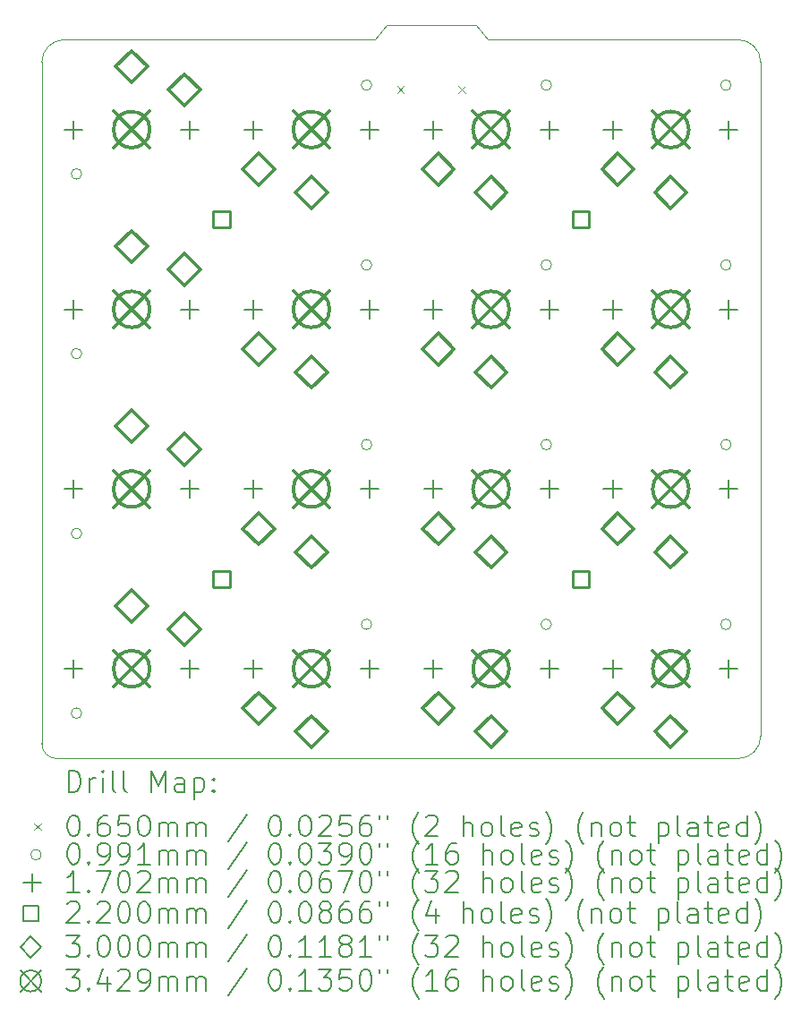
<source format=gbr>
%FSLAX45Y45*%
G04 Gerber Fmt 4.5, Leading zero omitted, Abs format (unit mm)*
G04 Created by KiCad (PCBNEW (6.0.4-0)) date 2023-09-21 22:39:34*
%MOMM*%
%LPD*%
G01*
G04 APERTURE LIST*
%TA.AperFunction,Profile*%
%ADD10C,0.100000*%
%TD*%
%ADD11C,0.200000*%
%ADD12C,0.065000*%
%ADD13C,0.099060*%
%ADD14C,0.170180*%
%ADD15C,0.220000*%
%ADD16C,0.300000*%
%ADD17C,0.342900*%
G04 APERTURE END LIST*
D10*
X7649996Y-1487496D02*
G75*
G03*
X7437496Y-1699999I4J-212504D01*
G01*
X14237491Y-1699999D02*
G75*
G03*
X14024993Y-1487499I-212501J-1D01*
G01*
X11545828Y-1345833D02*
X11652078Y-1487499D01*
X10589578Y-1487499D02*
X10554162Y-1487499D01*
X7437496Y-8145829D02*
X7437496Y-1699999D01*
X7649996Y-1487499D02*
X10554162Y-1487499D01*
X11687494Y-1487499D02*
X14024993Y-1487499D01*
X14237493Y-1699999D02*
X14237493Y-8074996D01*
X11687494Y-1487499D02*
X11652078Y-1487499D01*
X14024993Y-8287496D02*
X7579163Y-8287496D01*
X14024993Y-8287503D02*
G75*
G03*
X14237493Y-8074996I-3J212503D01*
G01*
X10589578Y-1487499D02*
X10695828Y-1345833D01*
X10695828Y-1345833D02*
X11545828Y-1345833D01*
X7437494Y-8145829D02*
G75*
G03*
X7579163Y-8287496I141666J-1D01*
G01*
D11*
D12*
X10799328Y-1927999D02*
X10864328Y-1992999D01*
X10864328Y-1927999D02*
X10799328Y-1992999D01*
X11377328Y-1927999D02*
X11442328Y-1992999D01*
X11442328Y-1927999D02*
X11377328Y-1992999D01*
D13*
X7815026Y-2757499D02*
G75*
G03*
X7815026Y-2757499I-49530J0D01*
G01*
X7815026Y-4457498D02*
G75*
G03*
X7815026Y-4457498I-49530J0D01*
G01*
X7815026Y-6157497D02*
G75*
G03*
X7815026Y-6157497I-49530J0D01*
G01*
X7815026Y-7857496D02*
G75*
G03*
X7815026Y-7857496I-49530J0D01*
G01*
X10559025Y-1917499D02*
G75*
G03*
X10559025Y-1917499I-49530J0D01*
G01*
X10559025Y-3617498D02*
G75*
G03*
X10559025Y-3617498I-49530J0D01*
G01*
X10559025Y-5317497D02*
G75*
G03*
X10559025Y-5317497I-49530J0D01*
G01*
X10559025Y-7017496D02*
G75*
G03*
X10559025Y-7017496I-49530J0D01*
G01*
X12259024Y-1917499D02*
G75*
G03*
X12259024Y-1917499I-49530J0D01*
G01*
X12259024Y-3617498D02*
G75*
G03*
X12259024Y-3617498I-49530J0D01*
G01*
X12259024Y-5317497D02*
G75*
G03*
X12259024Y-5317497I-49530J0D01*
G01*
X12259024Y-7017496D02*
G75*
G03*
X12259024Y-7017496I-49530J0D01*
G01*
X13959024Y-1917499D02*
G75*
G03*
X13959024Y-1917499I-49530J0D01*
G01*
X13959024Y-3617498D02*
G75*
G03*
X13959024Y-3617498I-49530J0D01*
G01*
X13959024Y-5317497D02*
G75*
G03*
X13959024Y-5317497I-49530J0D01*
G01*
X13959024Y-7017496D02*
G75*
G03*
X13959024Y-7017496I-49530J0D01*
G01*
D14*
X7737496Y-2252409D02*
X7737496Y-2422589D01*
X7652406Y-2337499D02*
X7822586Y-2337499D01*
X7737496Y-3952408D02*
X7737496Y-4122588D01*
X7652406Y-4037498D02*
X7822586Y-4037498D01*
X7737496Y-5652407D02*
X7737496Y-5822587D01*
X7652406Y-5737497D02*
X7822586Y-5737497D01*
X7737496Y-7352406D02*
X7737496Y-7522586D01*
X7652406Y-7437496D02*
X7822586Y-7437496D01*
X8837496Y-2252409D02*
X8837496Y-2422589D01*
X8752406Y-2337499D02*
X8922586Y-2337499D01*
X8837496Y-3952408D02*
X8837496Y-4122588D01*
X8752406Y-4037498D02*
X8922586Y-4037498D01*
X8837496Y-5652407D02*
X8837496Y-5822587D01*
X8752406Y-5737497D02*
X8922586Y-5737497D01*
X8837496Y-7352406D02*
X8837496Y-7522586D01*
X8752406Y-7437496D02*
X8922586Y-7437496D01*
X9437495Y-2252409D02*
X9437495Y-2422589D01*
X9352405Y-2337499D02*
X9522585Y-2337499D01*
X9437495Y-3952408D02*
X9437495Y-4122588D01*
X9352405Y-4037498D02*
X9522585Y-4037498D01*
X9437495Y-5652407D02*
X9437495Y-5822587D01*
X9352405Y-5737497D02*
X9522585Y-5737497D01*
X9437495Y-7352406D02*
X9437495Y-7522586D01*
X9352405Y-7437496D02*
X9522585Y-7437496D01*
X10537495Y-2252409D02*
X10537495Y-2422589D01*
X10452405Y-2337499D02*
X10622585Y-2337499D01*
X10537495Y-3952408D02*
X10537495Y-4122588D01*
X10452405Y-4037498D02*
X10622585Y-4037498D01*
X10537495Y-5652407D02*
X10537495Y-5822587D01*
X10452405Y-5737497D02*
X10622585Y-5737497D01*
X10537495Y-7352406D02*
X10537495Y-7522586D01*
X10452405Y-7437496D02*
X10622585Y-7437496D01*
X11137495Y-2252409D02*
X11137495Y-2422589D01*
X11052405Y-2337499D02*
X11222584Y-2337499D01*
X11137495Y-3952408D02*
X11137495Y-4122588D01*
X11052405Y-4037498D02*
X11222584Y-4037498D01*
X11137495Y-5652407D02*
X11137495Y-5822587D01*
X11052405Y-5737497D02*
X11222584Y-5737497D01*
X11137495Y-7352406D02*
X11137495Y-7522586D01*
X11052405Y-7437496D02*
X11222584Y-7437496D01*
X12237494Y-2252409D02*
X12237494Y-2422589D01*
X12152404Y-2337499D02*
X12322584Y-2337499D01*
X12237494Y-3952408D02*
X12237494Y-4122588D01*
X12152404Y-4037498D02*
X12322584Y-4037498D01*
X12237494Y-5652407D02*
X12237494Y-5822587D01*
X12152404Y-5737497D02*
X12322584Y-5737497D01*
X12237494Y-7352406D02*
X12237494Y-7522586D01*
X12152404Y-7437496D02*
X12322584Y-7437496D01*
X12837494Y-2252409D02*
X12837494Y-2422589D01*
X12752404Y-2337499D02*
X12922584Y-2337499D01*
X12837494Y-3952408D02*
X12837494Y-4122588D01*
X12752404Y-4037498D02*
X12922584Y-4037498D01*
X12837494Y-5652407D02*
X12837494Y-5822587D01*
X12752404Y-5737497D02*
X12922584Y-5737497D01*
X12837494Y-7352406D02*
X12837494Y-7522586D01*
X12752404Y-7437496D02*
X12922584Y-7437496D01*
X13937494Y-2252409D02*
X13937494Y-2422589D01*
X13852404Y-2337499D02*
X14022584Y-2337499D01*
X13937494Y-3952408D02*
X13937494Y-4122588D01*
X13852404Y-4037498D02*
X14022584Y-4037498D01*
X13937494Y-5652407D02*
X13937494Y-5822587D01*
X13852404Y-5737497D02*
X14022584Y-5737497D01*
X13937494Y-7352406D02*
X13937494Y-7522586D01*
X13852404Y-7437496D02*
X14022584Y-7437496D01*
D15*
X9215278Y-3265281D02*
X9215278Y-3109716D01*
X9059713Y-3109716D01*
X9059713Y-3265281D01*
X9215278Y-3265281D01*
X9215278Y-6665279D02*
X9215278Y-6509714D01*
X9059713Y-6509714D01*
X9059713Y-6665279D01*
X9215278Y-6665279D01*
X12615277Y-3265281D02*
X12615277Y-3109716D01*
X12459712Y-3109716D01*
X12459712Y-3265281D01*
X12615277Y-3265281D01*
X12615277Y-6665279D02*
X12615277Y-6509714D01*
X12459712Y-6509714D01*
X12459712Y-6665279D01*
X12615277Y-6665279D01*
D16*
X8287496Y-1892499D02*
X8437496Y-1742499D01*
X8287496Y-1592499D01*
X8137496Y-1742499D01*
X8287496Y-1892499D01*
X8287496Y-3592498D02*
X8437496Y-3442498D01*
X8287496Y-3292498D01*
X8137496Y-3442498D01*
X8287496Y-3592498D01*
X8287496Y-5292497D02*
X8437496Y-5142497D01*
X8287496Y-4992497D01*
X8137496Y-5142497D01*
X8287496Y-5292497D01*
X8287496Y-6992496D02*
X8437496Y-6842496D01*
X8287496Y-6692496D01*
X8137496Y-6842496D01*
X8287496Y-6992496D01*
X8787496Y-2112499D02*
X8937496Y-1962499D01*
X8787496Y-1812499D01*
X8637496Y-1962499D01*
X8787496Y-2112499D01*
X8787496Y-3812498D02*
X8937496Y-3662498D01*
X8787496Y-3512498D01*
X8637496Y-3662498D01*
X8787496Y-3812498D01*
X8787496Y-5512497D02*
X8937496Y-5362497D01*
X8787496Y-5212497D01*
X8637496Y-5362497D01*
X8787496Y-5512497D01*
X8787496Y-7212496D02*
X8937496Y-7062496D01*
X8787496Y-6912496D01*
X8637496Y-7062496D01*
X8787496Y-7212496D01*
X9487495Y-2862499D02*
X9637495Y-2712499D01*
X9487495Y-2562499D01*
X9337495Y-2712499D01*
X9487495Y-2862499D01*
X9487495Y-4562498D02*
X9637495Y-4412498D01*
X9487495Y-4262498D01*
X9337495Y-4412498D01*
X9487495Y-4562498D01*
X9487495Y-6262497D02*
X9637495Y-6112497D01*
X9487495Y-5962497D01*
X9337495Y-6112497D01*
X9487495Y-6262497D01*
X9487495Y-7962496D02*
X9637495Y-7812496D01*
X9487495Y-7662496D01*
X9337495Y-7812496D01*
X9487495Y-7962496D01*
X9987495Y-3082499D02*
X10137495Y-2932499D01*
X9987495Y-2782499D01*
X9837495Y-2932499D01*
X9987495Y-3082499D01*
X9987495Y-4782498D02*
X10137495Y-4632498D01*
X9987495Y-4482498D01*
X9837495Y-4632498D01*
X9987495Y-4782498D01*
X9987495Y-6482497D02*
X10137495Y-6332497D01*
X9987495Y-6182497D01*
X9837495Y-6332497D01*
X9987495Y-6482497D01*
X9987495Y-8182496D02*
X10137495Y-8032496D01*
X9987495Y-7882496D01*
X9837495Y-8032496D01*
X9987495Y-8182496D01*
X11187494Y-2862499D02*
X11337494Y-2712499D01*
X11187494Y-2562499D01*
X11037495Y-2712499D01*
X11187494Y-2862499D01*
X11187494Y-4562498D02*
X11337494Y-4412498D01*
X11187494Y-4262498D01*
X11037495Y-4412498D01*
X11187494Y-4562498D01*
X11187494Y-6262497D02*
X11337494Y-6112497D01*
X11187494Y-5962497D01*
X11037495Y-6112497D01*
X11187494Y-6262497D01*
X11187494Y-7962496D02*
X11337494Y-7812496D01*
X11187494Y-7662496D01*
X11037495Y-7812496D01*
X11187494Y-7962496D01*
X11687494Y-3082499D02*
X11837494Y-2932499D01*
X11687494Y-2782499D01*
X11537494Y-2932499D01*
X11687494Y-3082499D01*
X11687494Y-4782498D02*
X11837494Y-4632498D01*
X11687494Y-4482498D01*
X11537494Y-4632498D01*
X11687494Y-4782498D01*
X11687494Y-6482497D02*
X11837494Y-6332497D01*
X11687494Y-6182497D01*
X11537494Y-6332497D01*
X11687494Y-6482497D01*
X11687494Y-8182496D02*
X11837494Y-8032496D01*
X11687494Y-7882496D01*
X11537494Y-8032496D01*
X11687494Y-8182496D01*
X12887494Y-2862499D02*
X13037494Y-2712499D01*
X12887494Y-2562499D01*
X12737494Y-2712499D01*
X12887494Y-2862499D01*
X12887494Y-4562498D02*
X13037494Y-4412498D01*
X12887494Y-4262498D01*
X12737494Y-4412498D01*
X12887494Y-4562498D01*
X12887494Y-6262497D02*
X13037494Y-6112497D01*
X12887494Y-5962497D01*
X12737494Y-6112497D01*
X12887494Y-6262497D01*
X12887494Y-7962496D02*
X13037494Y-7812496D01*
X12887494Y-7662496D01*
X12737494Y-7812496D01*
X12887494Y-7962496D01*
X13387494Y-3082499D02*
X13537494Y-2932499D01*
X13387494Y-2782499D01*
X13237494Y-2932499D01*
X13387494Y-3082499D01*
X13387494Y-4782498D02*
X13537494Y-4632498D01*
X13387494Y-4482498D01*
X13237494Y-4632498D01*
X13387494Y-4782498D01*
X13387494Y-6482497D02*
X13537494Y-6332497D01*
X13387494Y-6182497D01*
X13237494Y-6332497D01*
X13387494Y-6482497D01*
X13387494Y-8182496D02*
X13537494Y-8032496D01*
X13387494Y-7882496D01*
X13237494Y-8032496D01*
X13387494Y-8182496D01*
D17*
X8116046Y-2166049D02*
X8458946Y-2508949D01*
X8458946Y-2166049D02*
X8116046Y-2508949D01*
X8458946Y-2337499D02*
G75*
G03*
X8458946Y-2337499I-171450J0D01*
G01*
X8116046Y-3866048D02*
X8458946Y-4208948D01*
X8458946Y-3866048D02*
X8116046Y-4208948D01*
X8458946Y-4037498D02*
G75*
G03*
X8458946Y-4037498I-171450J0D01*
G01*
X8116046Y-5566047D02*
X8458946Y-5908947D01*
X8458946Y-5566047D02*
X8116046Y-5908947D01*
X8458946Y-5737497D02*
G75*
G03*
X8458946Y-5737497I-171450J0D01*
G01*
X8116046Y-7266046D02*
X8458946Y-7608946D01*
X8458946Y-7266046D02*
X8116046Y-7608946D01*
X8458946Y-7437496D02*
G75*
G03*
X8458946Y-7437496I-171450J0D01*
G01*
X9816045Y-2166049D02*
X10158945Y-2508949D01*
X10158945Y-2166049D02*
X9816045Y-2508949D01*
X10158945Y-2337499D02*
G75*
G03*
X10158945Y-2337499I-171450J0D01*
G01*
X9816045Y-3866048D02*
X10158945Y-4208948D01*
X10158945Y-3866048D02*
X9816045Y-4208948D01*
X10158945Y-4037498D02*
G75*
G03*
X10158945Y-4037498I-171450J0D01*
G01*
X9816045Y-5566047D02*
X10158945Y-5908947D01*
X10158945Y-5566047D02*
X9816045Y-5908947D01*
X10158945Y-5737497D02*
G75*
G03*
X10158945Y-5737497I-171450J0D01*
G01*
X9816045Y-7266046D02*
X10158945Y-7608946D01*
X10158945Y-7266046D02*
X9816045Y-7608946D01*
X10158945Y-7437496D02*
G75*
G03*
X10158945Y-7437496I-171450J0D01*
G01*
X11516044Y-2166049D02*
X11858944Y-2508949D01*
X11858944Y-2166049D02*
X11516044Y-2508949D01*
X11858944Y-2337499D02*
G75*
G03*
X11858944Y-2337499I-171450J0D01*
G01*
X11516044Y-3866048D02*
X11858944Y-4208948D01*
X11858944Y-3866048D02*
X11516044Y-4208948D01*
X11858944Y-4037498D02*
G75*
G03*
X11858944Y-4037498I-171450J0D01*
G01*
X11516044Y-5566047D02*
X11858944Y-5908947D01*
X11858944Y-5566047D02*
X11516044Y-5908947D01*
X11858944Y-5737497D02*
G75*
G03*
X11858944Y-5737497I-171450J0D01*
G01*
X11516044Y-7266046D02*
X11858944Y-7608946D01*
X11858944Y-7266046D02*
X11516044Y-7608946D01*
X11858944Y-7437496D02*
G75*
G03*
X11858944Y-7437496I-171450J0D01*
G01*
X13216044Y-2166049D02*
X13558944Y-2508949D01*
X13558944Y-2166049D02*
X13216044Y-2508949D01*
X13558944Y-2337499D02*
G75*
G03*
X13558944Y-2337499I-171450J0D01*
G01*
X13216044Y-3866048D02*
X13558944Y-4208948D01*
X13558944Y-3866048D02*
X13216044Y-4208948D01*
X13558944Y-4037498D02*
G75*
G03*
X13558944Y-4037498I-171450J0D01*
G01*
X13216044Y-5566047D02*
X13558944Y-5908947D01*
X13558944Y-5566047D02*
X13216044Y-5908947D01*
X13558944Y-5737497D02*
G75*
G03*
X13558944Y-5737497I-171450J0D01*
G01*
X13216044Y-7266046D02*
X13558944Y-7608946D01*
X13558944Y-7266046D02*
X13216044Y-7608946D01*
X13558944Y-7437496D02*
G75*
G03*
X13558944Y-7437496I-171450J0D01*
G01*
D11*
X7690115Y-8602972D02*
X7690115Y-8402972D01*
X7737734Y-8402972D01*
X7766306Y-8412496D01*
X7785354Y-8431544D01*
X7794877Y-8450591D01*
X7804401Y-8488687D01*
X7804401Y-8517258D01*
X7794877Y-8555353D01*
X7785354Y-8574401D01*
X7766306Y-8593448D01*
X7737734Y-8602972D01*
X7690115Y-8602972D01*
X7890115Y-8602972D02*
X7890115Y-8469639D01*
X7890115Y-8507734D02*
X7899639Y-8488687D01*
X7909163Y-8479163D01*
X7928211Y-8469639D01*
X7947258Y-8469639D01*
X8013925Y-8602972D02*
X8013925Y-8469639D01*
X8013925Y-8402972D02*
X8004401Y-8412496D01*
X8013925Y-8422020D01*
X8023449Y-8412496D01*
X8013925Y-8402972D01*
X8013925Y-8422020D01*
X8137734Y-8602972D02*
X8118687Y-8593448D01*
X8109163Y-8574401D01*
X8109163Y-8402972D01*
X8242496Y-8602972D02*
X8223449Y-8593448D01*
X8213925Y-8574401D01*
X8213925Y-8402972D01*
X8471068Y-8602972D02*
X8471068Y-8402972D01*
X8537735Y-8545829D01*
X8604401Y-8402972D01*
X8604401Y-8602972D01*
X8785354Y-8602972D02*
X8785354Y-8498210D01*
X8775830Y-8479163D01*
X8756782Y-8469639D01*
X8718687Y-8469639D01*
X8699639Y-8479163D01*
X8785354Y-8593448D02*
X8766306Y-8602972D01*
X8718687Y-8602972D01*
X8699639Y-8593448D01*
X8690116Y-8574401D01*
X8690116Y-8555353D01*
X8699639Y-8536306D01*
X8718687Y-8526782D01*
X8766306Y-8526782D01*
X8785354Y-8517258D01*
X8880592Y-8469639D02*
X8880592Y-8669639D01*
X8880592Y-8479163D02*
X8899639Y-8469639D01*
X8937735Y-8469639D01*
X8956782Y-8479163D01*
X8966306Y-8488687D01*
X8975830Y-8507734D01*
X8975830Y-8564877D01*
X8966306Y-8583925D01*
X8956782Y-8593448D01*
X8937735Y-8602972D01*
X8899639Y-8602972D01*
X8880592Y-8593448D01*
X9061544Y-8583925D02*
X9071068Y-8593448D01*
X9061544Y-8602972D01*
X9052020Y-8593448D01*
X9061544Y-8583925D01*
X9061544Y-8602972D01*
X9061544Y-8479163D02*
X9071068Y-8488687D01*
X9061544Y-8498210D01*
X9052020Y-8488687D01*
X9061544Y-8479163D01*
X9061544Y-8498210D01*
D12*
X7367496Y-8899996D02*
X7432496Y-8964996D01*
X7432496Y-8899996D02*
X7367496Y-8964996D01*
D11*
X7728211Y-8822972D02*
X7747258Y-8822972D01*
X7766306Y-8832496D01*
X7775830Y-8842020D01*
X7785354Y-8861068D01*
X7794877Y-8899163D01*
X7794877Y-8946782D01*
X7785354Y-8984877D01*
X7775830Y-9003925D01*
X7766306Y-9013448D01*
X7747258Y-9022972D01*
X7728211Y-9022972D01*
X7709163Y-9013448D01*
X7699639Y-9003925D01*
X7690115Y-8984877D01*
X7680592Y-8946782D01*
X7680592Y-8899163D01*
X7690115Y-8861068D01*
X7699639Y-8842020D01*
X7709163Y-8832496D01*
X7728211Y-8822972D01*
X7880592Y-9003925D02*
X7890115Y-9013448D01*
X7880592Y-9022972D01*
X7871068Y-9013448D01*
X7880592Y-9003925D01*
X7880592Y-9022972D01*
X8061544Y-8822972D02*
X8023449Y-8822972D01*
X8004401Y-8832496D01*
X7994877Y-8842020D01*
X7975830Y-8870591D01*
X7966306Y-8908687D01*
X7966306Y-8984877D01*
X7975830Y-9003925D01*
X7985354Y-9013448D01*
X8004401Y-9022972D01*
X8042496Y-9022972D01*
X8061544Y-9013448D01*
X8071068Y-9003925D01*
X8080592Y-8984877D01*
X8080592Y-8937258D01*
X8071068Y-8918210D01*
X8061544Y-8908687D01*
X8042496Y-8899163D01*
X8004401Y-8899163D01*
X7985354Y-8908687D01*
X7975830Y-8918210D01*
X7966306Y-8937258D01*
X8261544Y-8822972D02*
X8166306Y-8822972D01*
X8156782Y-8918210D01*
X8166306Y-8908687D01*
X8185354Y-8899163D01*
X8232973Y-8899163D01*
X8252020Y-8908687D01*
X8261544Y-8918210D01*
X8271068Y-8937258D01*
X8271068Y-8984877D01*
X8261544Y-9003925D01*
X8252020Y-9013448D01*
X8232973Y-9022972D01*
X8185354Y-9022972D01*
X8166306Y-9013448D01*
X8156782Y-9003925D01*
X8394877Y-8822972D02*
X8413925Y-8822972D01*
X8432973Y-8832496D01*
X8442497Y-8842020D01*
X8452020Y-8861068D01*
X8461544Y-8899163D01*
X8461544Y-8946782D01*
X8452020Y-8984877D01*
X8442497Y-9003925D01*
X8432973Y-9013448D01*
X8413925Y-9022972D01*
X8394877Y-9022972D01*
X8375830Y-9013448D01*
X8366306Y-9003925D01*
X8356782Y-8984877D01*
X8347258Y-8946782D01*
X8347258Y-8899163D01*
X8356782Y-8861068D01*
X8366306Y-8842020D01*
X8375830Y-8832496D01*
X8394877Y-8822972D01*
X8547258Y-9022972D02*
X8547258Y-8889639D01*
X8547258Y-8908687D02*
X8556782Y-8899163D01*
X8575830Y-8889639D01*
X8604401Y-8889639D01*
X8623449Y-8899163D01*
X8632973Y-8918210D01*
X8632973Y-9022972D01*
X8632973Y-8918210D02*
X8642497Y-8899163D01*
X8661544Y-8889639D01*
X8690116Y-8889639D01*
X8709163Y-8899163D01*
X8718687Y-8918210D01*
X8718687Y-9022972D01*
X8813925Y-9022972D02*
X8813925Y-8889639D01*
X8813925Y-8908687D02*
X8823449Y-8899163D01*
X8842497Y-8889639D01*
X8871068Y-8889639D01*
X8890116Y-8899163D01*
X8899639Y-8918210D01*
X8899639Y-9022972D01*
X8899639Y-8918210D02*
X8909163Y-8899163D01*
X8928211Y-8889639D01*
X8956782Y-8889639D01*
X8975830Y-8899163D01*
X8985354Y-8918210D01*
X8985354Y-9022972D01*
X9375830Y-8813448D02*
X9204401Y-9070591D01*
X9632973Y-8822972D02*
X9652020Y-8822972D01*
X9671068Y-8832496D01*
X9680592Y-8842020D01*
X9690116Y-8861068D01*
X9699639Y-8899163D01*
X9699639Y-8946782D01*
X9690116Y-8984877D01*
X9680592Y-9003925D01*
X9671068Y-9013448D01*
X9652020Y-9022972D01*
X9632973Y-9022972D01*
X9613925Y-9013448D01*
X9604401Y-9003925D01*
X9594877Y-8984877D01*
X9585354Y-8946782D01*
X9585354Y-8899163D01*
X9594877Y-8861068D01*
X9604401Y-8842020D01*
X9613925Y-8832496D01*
X9632973Y-8822972D01*
X9785354Y-9003925D02*
X9794877Y-9013448D01*
X9785354Y-9022972D01*
X9775830Y-9013448D01*
X9785354Y-9003925D01*
X9785354Y-9022972D01*
X9918687Y-8822972D02*
X9937735Y-8822972D01*
X9956782Y-8832496D01*
X9966306Y-8842020D01*
X9975830Y-8861068D01*
X9985354Y-8899163D01*
X9985354Y-8946782D01*
X9975830Y-8984877D01*
X9966306Y-9003925D01*
X9956782Y-9013448D01*
X9937735Y-9022972D01*
X9918687Y-9022972D01*
X9899639Y-9013448D01*
X9890116Y-9003925D01*
X9880592Y-8984877D01*
X9871068Y-8946782D01*
X9871068Y-8899163D01*
X9880592Y-8861068D01*
X9890116Y-8842020D01*
X9899639Y-8832496D01*
X9918687Y-8822972D01*
X10061544Y-8842020D02*
X10071068Y-8832496D01*
X10090116Y-8822972D01*
X10137735Y-8822972D01*
X10156782Y-8832496D01*
X10166306Y-8842020D01*
X10175830Y-8861068D01*
X10175830Y-8880115D01*
X10166306Y-8908687D01*
X10052020Y-9022972D01*
X10175830Y-9022972D01*
X10356782Y-8822972D02*
X10261544Y-8822972D01*
X10252020Y-8918210D01*
X10261544Y-8908687D01*
X10280592Y-8899163D01*
X10328211Y-8899163D01*
X10347258Y-8908687D01*
X10356782Y-8918210D01*
X10366306Y-8937258D01*
X10366306Y-8984877D01*
X10356782Y-9003925D01*
X10347258Y-9013448D01*
X10328211Y-9022972D01*
X10280592Y-9022972D01*
X10261544Y-9013448D01*
X10252020Y-9003925D01*
X10537735Y-8822972D02*
X10499639Y-8822972D01*
X10480592Y-8832496D01*
X10471068Y-8842020D01*
X10452020Y-8870591D01*
X10442496Y-8908687D01*
X10442496Y-8984877D01*
X10452020Y-9003925D01*
X10461544Y-9013448D01*
X10480592Y-9022972D01*
X10518687Y-9022972D01*
X10537735Y-9013448D01*
X10547258Y-9003925D01*
X10556782Y-8984877D01*
X10556782Y-8937258D01*
X10547258Y-8918210D01*
X10537735Y-8908687D01*
X10518687Y-8899163D01*
X10480592Y-8899163D01*
X10461544Y-8908687D01*
X10452020Y-8918210D01*
X10442496Y-8937258D01*
X10632973Y-8822972D02*
X10632973Y-8861068D01*
X10709163Y-8822972D02*
X10709163Y-8861068D01*
X11004401Y-9099163D02*
X10994877Y-9089639D01*
X10975830Y-9061068D01*
X10966306Y-9042020D01*
X10956782Y-9013448D01*
X10947258Y-8965829D01*
X10947258Y-8927734D01*
X10956782Y-8880115D01*
X10966306Y-8851544D01*
X10975830Y-8832496D01*
X10994877Y-8803925D01*
X11004401Y-8794401D01*
X11071068Y-8842020D02*
X11080592Y-8832496D01*
X11099639Y-8822972D01*
X11147258Y-8822972D01*
X11166306Y-8832496D01*
X11175830Y-8842020D01*
X11185354Y-8861068D01*
X11185354Y-8880115D01*
X11175830Y-8908687D01*
X11061544Y-9022972D01*
X11185354Y-9022972D01*
X11423449Y-9022972D02*
X11423449Y-8822972D01*
X11509163Y-9022972D02*
X11509163Y-8918210D01*
X11499639Y-8899163D01*
X11480592Y-8889639D01*
X11452020Y-8889639D01*
X11432973Y-8899163D01*
X11423449Y-8908687D01*
X11632973Y-9022972D02*
X11613925Y-9013448D01*
X11604401Y-9003925D01*
X11594877Y-8984877D01*
X11594877Y-8927734D01*
X11604401Y-8908687D01*
X11613925Y-8899163D01*
X11632973Y-8889639D01*
X11661544Y-8889639D01*
X11680592Y-8899163D01*
X11690115Y-8908687D01*
X11699639Y-8927734D01*
X11699639Y-8984877D01*
X11690115Y-9003925D01*
X11680592Y-9013448D01*
X11661544Y-9022972D01*
X11632973Y-9022972D01*
X11813925Y-9022972D02*
X11794877Y-9013448D01*
X11785354Y-8994401D01*
X11785354Y-8822972D01*
X11966306Y-9013448D02*
X11947258Y-9022972D01*
X11909163Y-9022972D01*
X11890115Y-9013448D01*
X11880592Y-8994401D01*
X11880592Y-8918210D01*
X11890115Y-8899163D01*
X11909163Y-8889639D01*
X11947258Y-8889639D01*
X11966306Y-8899163D01*
X11975830Y-8918210D01*
X11975830Y-8937258D01*
X11880592Y-8956306D01*
X12052020Y-9013448D02*
X12071068Y-9022972D01*
X12109163Y-9022972D01*
X12128211Y-9013448D01*
X12137734Y-8994401D01*
X12137734Y-8984877D01*
X12128211Y-8965829D01*
X12109163Y-8956306D01*
X12080592Y-8956306D01*
X12061544Y-8946782D01*
X12052020Y-8927734D01*
X12052020Y-8918210D01*
X12061544Y-8899163D01*
X12080592Y-8889639D01*
X12109163Y-8889639D01*
X12128211Y-8899163D01*
X12204401Y-9099163D02*
X12213925Y-9089639D01*
X12232973Y-9061068D01*
X12242496Y-9042020D01*
X12252020Y-9013448D01*
X12261544Y-8965829D01*
X12261544Y-8927734D01*
X12252020Y-8880115D01*
X12242496Y-8851544D01*
X12232973Y-8832496D01*
X12213925Y-8803925D01*
X12204401Y-8794401D01*
X12566306Y-9099163D02*
X12556782Y-9089639D01*
X12537734Y-9061068D01*
X12528211Y-9042020D01*
X12518687Y-9013448D01*
X12509163Y-8965829D01*
X12509163Y-8927734D01*
X12518687Y-8880115D01*
X12528211Y-8851544D01*
X12537734Y-8832496D01*
X12556782Y-8803925D01*
X12566306Y-8794401D01*
X12642496Y-8889639D02*
X12642496Y-9022972D01*
X12642496Y-8908687D02*
X12652020Y-8899163D01*
X12671068Y-8889639D01*
X12699639Y-8889639D01*
X12718687Y-8899163D01*
X12728211Y-8918210D01*
X12728211Y-9022972D01*
X12852020Y-9022972D02*
X12832973Y-9013448D01*
X12823449Y-9003925D01*
X12813925Y-8984877D01*
X12813925Y-8927734D01*
X12823449Y-8908687D01*
X12832973Y-8899163D01*
X12852020Y-8889639D01*
X12880592Y-8889639D01*
X12899639Y-8899163D01*
X12909163Y-8908687D01*
X12918687Y-8927734D01*
X12918687Y-8984877D01*
X12909163Y-9003925D01*
X12899639Y-9013448D01*
X12880592Y-9022972D01*
X12852020Y-9022972D01*
X12975830Y-8889639D02*
X13052020Y-8889639D01*
X13004401Y-8822972D02*
X13004401Y-8994401D01*
X13013925Y-9013448D01*
X13032973Y-9022972D01*
X13052020Y-9022972D01*
X13271068Y-8889639D02*
X13271068Y-9089639D01*
X13271068Y-8899163D02*
X13290115Y-8889639D01*
X13328211Y-8889639D01*
X13347258Y-8899163D01*
X13356782Y-8908687D01*
X13366306Y-8927734D01*
X13366306Y-8984877D01*
X13356782Y-9003925D01*
X13347258Y-9013448D01*
X13328211Y-9022972D01*
X13290115Y-9022972D01*
X13271068Y-9013448D01*
X13480592Y-9022972D02*
X13461544Y-9013448D01*
X13452020Y-8994401D01*
X13452020Y-8822972D01*
X13642496Y-9022972D02*
X13642496Y-8918210D01*
X13632973Y-8899163D01*
X13613925Y-8889639D01*
X13575830Y-8889639D01*
X13556782Y-8899163D01*
X13642496Y-9013448D02*
X13623449Y-9022972D01*
X13575830Y-9022972D01*
X13556782Y-9013448D01*
X13547258Y-8994401D01*
X13547258Y-8975353D01*
X13556782Y-8956306D01*
X13575830Y-8946782D01*
X13623449Y-8946782D01*
X13642496Y-8937258D01*
X13709163Y-8889639D02*
X13785354Y-8889639D01*
X13737734Y-8822972D02*
X13737734Y-8994401D01*
X13747258Y-9013448D01*
X13766306Y-9022972D01*
X13785354Y-9022972D01*
X13928211Y-9013448D02*
X13909163Y-9022972D01*
X13871068Y-9022972D01*
X13852020Y-9013448D01*
X13842496Y-8994401D01*
X13842496Y-8918210D01*
X13852020Y-8899163D01*
X13871068Y-8889639D01*
X13909163Y-8889639D01*
X13928211Y-8899163D01*
X13937734Y-8918210D01*
X13937734Y-8937258D01*
X13842496Y-8956306D01*
X14109163Y-9022972D02*
X14109163Y-8822972D01*
X14109163Y-9013448D02*
X14090115Y-9022972D01*
X14052020Y-9022972D01*
X14032973Y-9013448D01*
X14023449Y-9003925D01*
X14013925Y-8984877D01*
X14013925Y-8927734D01*
X14023449Y-8908687D01*
X14032973Y-8899163D01*
X14052020Y-8889639D01*
X14090115Y-8889639D01*
X14109163Y-8899163D01*
X14185354Y-9099163D02*
X14194877Y-9089639D01*
X14213925Y-9061068D01*
X14223449Y-9042020D01*
X14232973Y-9013448D01*
X14242496Y-8965829D01*
X14242496Y-8927734D01*
X14232973Y-8880115D01*
X14223449Y-8851544D01*
X14213925Y-8832496D01*
X14194877Y-8803925D01*
X14185354Y-8794401D01*
D13*
X7432496Y-9196496D02*
G75*
G03*
X7432496Y-9196496I-49530J0D01*
G01*
D11*
X7728211Y-9086972D02*
X7747258Y-9086972D01*
X7766306Y-9096496D01*
X7775830Y-9106020D01*
X7785354Y-9125068D01*
X7794877Y-9163163D01*
X7794877Y-9210782D01*
X7785354Y-9248877D01*
X7775830Y-9267925D01*
X7766306Y-9277448D01*
X7747258Y-9286972D01*
X7728211Y-9286972D01*
X7709163Y-9277448D01*
X7699639Y-9267925D01*
X7690115Y-9248877D01*
X7680592Y-9210782D01*
X7680592Y-9163163D01*
X7690115Y-9125068D01*
X7699639Y-9106020D01*
X7709163Y-9096496D01*
X7728211Y-9086972D01*
X7880592Y-9267925D02*
X7890115Y-9277448D01*
X7880592Y-9286972D01*
X7871068Y-9277448D01*
X7880592Y-9267925D01*
X7880592Y-9286972D01*
X7985354Y-9286972D02*
X8023449Y-9286972D01*
X8042496Y-9277448D01*
X8052020Y-9267925D01*
X8071068Y-9239353D01*
X8080592Y-9201258D01*
X8080592Y-9125068D01*
X8071068Y-9106020D01*
X8061544Y-9096496D01*
X8042496Y-9086972D01*
X8004401Y-9086972D01*
X7985354Y-9096496D01*
X7975830Y-9106020D01*
X7966306Y-9125068D01*
X7966306Y-9172687D01*
X7975830Y-9191734D01*
X7985354Y-9201258D01*
X8004401Y-9210782D01*
X8042496Y-9210782D01*
X8061544Y-9201258D01*
X8071068Y-9191734D01*
X8080592Y-9172687D01*
X8175830Y-9286972D02*
X8213925Y-9286972D01*
X8232973Y-9277448D01*
X8242496Y-9267925D01*
X8261544Y-9239353D01*
X8271068Y-9201258D01*
X8271068Y-9125068D01*
X8261544Y-9106020D01*
X8252020Y-9096496D01*
X8232973Y-9086972D01*
X8194877Y-9086972D01*
X8175830Y-9096496D01*
X8166306Y-9106020D01*
X8156782Y-9125068D01*
X8156782Y-9172687D01*
X8166306Y-9191734D01*
X8175830Y-9201258D01*
X8194877Y-9210782D01*
X8232973Y-9210782D01*
X8252020Y-9201258D01*
X8261544Y-9191734D01*
X8271068Y-9172687D01*
X8461544Y-9286972D02*
X8347258Y-9286972D01*
X8404401Y-9286972D02*
X8404401Y-9086972D01*
X8385354Y-9115544D01*
X8366306Y-9134591D01*
X8347258Y-9144115D01*
X8547258Y-9286972D02*
X8547258Y-9153639D01*
X8547258Y-9172687D02*
X8556782Y-9163163D01*
X8575830Y-9153639D01*
X8604401Y-9153639D01*
X8623449Y-9163163D01*
X8632973Y-9182210D01*
X8632973Y-9286972D01*
X8632973Y-9182210D02*
X8642497Y-9163163D01*
X8661544Y-9153639D01*
X8690116Y-9153639D01*
X8709163Y-9163163D01*
X8718687Y-9182210D01*
X8718687Y-9286972D01*
X8813925Y-9286972D02*
X8813925Y-9153639D01*
X8813925Y-9172687D02*
X8823449Y-9163163D01*
X8842497Y-9153639D01*
X8871068Y-9153639D01*
X8890116Y-9163163D01*
X8899639Y-9182210D01*
X8899639Y-9286972D01*
X8899639Y-9182210D02*
X8909163Y-9163163D01*
X8928211Y-9153639D01*
X8956782Y-9153639D01*
X8975830Y-9163163D01*
X8985354Y-9182210D01*
X8985354Y-9286972D01*
X9375830Y-9077448D02*
X9204401Y-9334591D01*
X9632973Y-9086972D02*
X9652020Y-9086972D01*
X9671068Y-9096496D01*
X9680592Y-9106020D01*
X9690116Y-9125068D01*
X9699639Y-9163163D01*
X9699639Y-9210782D01*
X9690116Y-9248877D01*
X9680592Y-9267925D01*
X9671068Y-9277448D01*
X9652020Y-9286972D01*
X9632973Y-9286972D01*
X9613925Y-9277448D01*
X9604401Y-9267925D01*
X9594877Y-9248877D01*
X9585354Y-9210782D01*
X9585354Y-9163163D01*
X9594877Y-9125068D01*
X9604401Y-9106020D01*
X9613925Y-9096496D01*
X9632973Y-9086972D01*
X9785354Y-9267925D02*
X9794877Y-9277448D01*
X9785354Y-9286972D01*
X9775830Y-9277448D01*
X9785354Y-9267925D01*
X9785354Y-9286972D01*
X9918687Y-9086972D02*
X9937735Y-9086972D01*
X9956782Y-9096496D01*
X9966306Y-9106020D01*
X9975830Y-9125068D01*
X9985354Y-9163163D01*
X9985354Y-9210782D01*
X9975830Y-9248877D01*
X9966306Y-9267925D01*
X9956782Y-9277448D01*
X9937735Y-9286972D01*
X9918687Y-9286972D01*
X9899639Y-9277448D01*
X9890116Y-9267925D01*
X9880592Y-9248877D01*
X9871068Y-9210782D01*
X9871068Y-9163163D01*
X9880592Y-9125068D01*
X9890116Y-9106020D01*
X9899639Y-9096496D01*
X9918687Y-9086972D01*
X10052020Y-9086972D02*
X10175830Y-9086972D01*
X10109163Y-9163163D01*
X10137735Y-9163163D01*
X10156782Y-9172687D01*
X10166306Y-9182210D01*
X10175830Y-9201258D01*
X10175830Y-9248877D01*
X10166306Y-9267925D01*
X10156782Y-9277448D01*
X10137735Y-9286972D01*
X10080592Y-9286972D01*
X10061544Y-9277448D01*
X10052020Y-9267925D01*
X10271068Y-9286972D02*
X10309163Y-9286972D01*
X10328211Y-9277448D01*
X10337735Y-9267925D01*
X10356782Y-9239353D01*
X10366306Y-9201258D01*
X10366306Y-9125068D01*
X10356782Y-9106020D01*
X10347258Y-9096496D01*
X10328211Y-9086972D01*
X10290116Y-9086972D01*
X10271068Y-9096496D01*
X10261544Y-9106020D01*
X10252020Y-9125068D01*
X10252020Y-9172687D01*
X10261544Y-9191734D01*
X10271068Y-9201258D01*
X10290116Y-9210782D01*
X10328211Y-9210782D01*
X10347258Y-9201258D01*
X10356782Y-9191734D01*
X10366306Y-9172687D01*
X10490116Y-9086972D02*
X10509163Y-9086972D01*
X10528211Y-9096496D01*
X10537735Y-9106020D01*
X10547258Y-9125068D01*
X10556782Y-9163163D01*
X10556782Y-9210782D01*
X10547258Y-9248877D01*
X10537735Y-9267925D01*
X10528211Y-9277448D01*
X10509163Y-9286972D01*
X10490116Y-9286972D01*
X10471068Y-9277448D01*
X10461544Y-9267925D01*
X10452020Y-9248877D01*
X10442496Y-9210782D01*
X10442496Y-9163163D01*
X10452020Y-9125068D01*
X10461544Y-9106020D01*
X10471068Y-9096496D01*
X10490116Y-9086972D01*
X10632973Y-9086972D02*
X10632973Y-9125068D01*
X10709163Y-9086972D02*
X10709163Y-9125068D01*
X11004401Y-9363163D02*
X10994877Y-9353639D01*
X10975830Y-9325068D01*
X10966306Y-9306020D01*
X10956782Y-9277448D01*
X10947258Y-9229829D01*
X10947258Y-9191734D01*
X10956782Y-9144115D01*
X10966306Y-9115544D01*
X10975830Y-9096496D01*
X10994877Y-9067925D01*
X11004401Y-9058401D01*
X11185354Y-9286972D02*
X11071068Y-9286972D01*
X11128211Y-9286972D02*
X11128211Y-9086972D01*
X11109163Y-9115544D01*
X11090116Y-9134591D01*
X11071068Y-9144115D01*
X11356782Y-9086972D02*
X11318687Y-9086972D01*
X11299639Y-9096496D01*
X11290115Y-9106020D01*
X11271068Y-9134591D01*
X11261544Y-9172687D01*
X11261544Y-9248877D01*
X11271068Y-9267925D01*
X11280592Y-9277448D01*
X11299639Y-9286972D01*
X11337734Y-9286972D01*
X11356782Y-9277448D01*
X11366306Y-9267925D01*
X11375830Y-9248877D01*
X11375830Y-9201258D01*
X11366306Y-9182210D01*
X11356782Y-9172687D01*
X11337734Y-9163163D01*
X11299639Y-9163163D01*
X11280592Y-9172687D01*
X11271068Y-9182210D01*
X11261544Y-9201258D01*
X11613925Y-9286972D02*
X11613925Y-9086972D01*
X11699639Y-9286972D02*
X11699639Y-9182210D01*
X11690115Y-9163163D01*
X11671068Y-9153639D01*
X11642496Y-9153639D01*
X11623449Y-9163163D01*
X11613925Y-9172687D01*
X11823449Y-9286972D02*
X11804401Y-9277448D01*
X11794877Y-9267925D01*
X11785354Y-9248877D01*
X11785354Y-9191734D01*
X11794877Y-9172687D01*
X11804401Y-9163163D01*
X11823449Y-9153639D01*
X11852020Y-9153639D01*
X11871068Y-9163163D01*
X11880592Y-9172687D01*
X11890115Y-9191734D01*
X11890115Y-9248877D01*
X11880592Y-9267925D01*
X11871068Y-9277448D01*
X11852020Y-9286972D01*
X11823449Y-9286972D01*
X12004401Y-9286972D02*
X11985354Y-9277448D01*
X11975830Y-9258401D01*
X11975830Y-9086972D01*
X12156782Y-9277448D02*
X12137734Y-9286972D01*
X12099639Y-9286972D01*
X12080592Y-9277448D01*
X12071068Y-9258401D01*
X12071068Y-9182210D01*
X12080592Y-9163163D01*
X12099639Y-9153639D01*
X12137734Y-9153639D01*
X12156782Y-9163163D01*
X12166306Y-9182210D01*
X12166306Y-9201258D01*
X12071068Y-9220306D01*
X12242496Y-9277448D02*
X12261544Y-9286972D01*
X12299639Y-9286972D01*
X12318687Y-9277448D01*
X12328211Y-9258401D01*
X12328211Y-9248877D01*
X12318687Y-9229829D01*
X12299639Y-9220306D01*
X12271068Y-9220306D01*
X12252020Y-9210782D01*
X12242496Y-9191734D01*
X12242496Y-9182210D01*
X12252020Y-9163163D01*
X12271068Y-9153639D01*
X12299639Y-9153639D01*
X12318687Y-9163163D01*
X12394877Y-9363163D02*
X12404401Y-9353639D01*
X12423449Y-9325068D01*
X12432973Y-9306020D01*
X12442496Y-9277448D01*
X12452020Y-9229829D01*
X12452020Y-9191734D01*
X12442496Y-9144115D01*
X12432973Y-9115544D01*
X12423449Y-9096496D01*
X12404401Y-9067925D01*
X12394877Y-9058401D01*
X12756782Y-9363163D02*
X12747258Y-9353639D01*
X12728211Y-9325068D01*
X12718687Y-9306020D01*
X12709163Y-9277448D01*
X12699639Y-9229829D01*
X12699639Y-9191734D01*
X12709163Y-9144115D01*
X12718687Y-9115544D01*
X12728211Y-9096496D01*
X12747258Y-9067925D01*
X12756782Y-9058401D01*
X12832973Y-9153639D02*
X12832973Y-9286972D01*
X12832973Y-9172687D02*
X12842496Y-9163163D01*
X12861544Y-9153639D01*
X12890115Y-9153639D01*
X12909163Y-9163163D01*
X12918687Y-9182210D01*
X12918687Y-9286972D01*
X13042496Y-9286972D02*
X13023449Y-9277448D01*
X13013925Y-9267925D01*
X13004401Y-9248877D01*
X13004401Y-9191734D01*
X13013925Y-9172687D01*
X13023449Y-9163163D01*
X13042496Y-9153639D01*
X13071068Y-9153639D01*
X13090115Y-9163163D01*
X13099639Y-9172687D01*
X13109163Y-9191734D01*
X13109163Y-9248877D01*
X13099639Y-9267925D01*
X13090115Y-9277448D01*
X13071068Y-9286972D01*
X13042496Y-9286972D01*
X13166306Y-9153639D02*
X13242496Y-9153639D01*
X13194877Y-9086972D02*
X13194877Y-9258401D01*
X13204401Y-9277448D01*
X13223449Y-9286972D01*
X13242496Y-9286972D01*
X13461544Y-9153639D02*
X13461544Y-9353639D01*
X13461544Y-9163163D02*
X13480592Y-9153639D01*
X13518687Y-9153639D01*
X13537734Y-9163163D01*
X13547258Y-9172687D01*
X13556782Y-9191734D01*
X13556782Y-9248877D01*
X13547258Y-9267925D01*
X13537734Y-9277448D01*
X13518687Y-9286972D01*
X13480592Y-9286972D01*
X13461544Y-9277448D01*
X13671068Y-9286972D02*
X13652020Y-9277448D01*
X13642496Y-9258401D01*
X13642496Y-9086972D01*
X13832973Y-9286972D02*
X13832973Y-9182210D01*
X13823449Y-9163163D01*
X13804401Y-9153639D01*
X13766306Y-9153639D01*
X13747258Y-9163163D01*
X13832973Y-9277448D02*
X13813925Y-9286972D01*
X13766306Y-9286972D01*
X13747258Y-9277448D01*
X13737734Y-9258401D01*
X13737734Y-9239353D01*
X13747258Y-9220306D01*
X13766306Y-9210782D01*
X13813925Y-9210782D01*
X13832973Y-9201258D01*
X13899639Y-9153639D02*
X13975830Y-9153639D01*
X13928211Y-9086972D02*
X13928211Y-9258401D01*
X13937734Y-9277448D01*
X13956782Y-9286972D01*
X13975830Y-9286972D01*
X14118687Y-9277448D02*
X14099639Y-9286972D01*
X14061544Y-9286972D01*
X14042496Y-9277448D01*
X14032973Y-9258401D01*
X14032973Y-9182210D01*
X14042496Y-9163163D01*
X14061544Y-9153639D01*
X14099639Y-9153639D01*
X14118687Y-9163163D01*
X14128211Y-9182210D01*
X14128211Y-9201258D01*
X14032973Y-9220306D01*
X14299639Y-9286972D02*
X14299639Y-9086972D01*
X14299639Y-9277448D02*
X14280592Y-9286972D01*
X14242496Y-9286972D01*
X14223449Y-9277448D01*
X14213925Y-9267925D01*
X14204401Y-9248877D01*
X14204401Y-9191734D01*
X14213925Y-9172687D01*
X14223449Y-9163163D01*
X14242496Y-9153639D01*
X14280592Y-9153639D01*
X14299639Y-9163163D01*
X14375830Y-9363163D02*
X14385354Y-9353639D01*
X14404401Y-9325068D01*
X14413925Y-9306020D01*
X14423449Y-9277448D01*
X14432973Y-9229829D01*
X14432973Y-9191734D01*
X14423449Y-9144115D01*
X14413925Y-9115544D01*
X14404401Y-9096496D01*
X14385354Y-9067925D01*
X14375830Y-9058401D01*
D14*
X7347406Y-9375406D02*
X7347406Y-9545586D01*
X7262316Y-9460496D02*
X7432496Y-9460496D01*
D11*
X7794877Y-9550972D02*
X7680592Y-9550972D01*
X7737734Y-9550972D02*
X7737734Y-9350972D01*
X7718687Y-9379544D01*
X7699639Y-9398591D01*
X7680592Y-9408115D01*
X7880592Y-9531925D02*
X7890115Y-9541448D01*
X7880592Y-9550972D01*
X7871068Y-9541448D01*
X7880592Y-9531925D01*
X7880592Y-9550972D01*
X7956782Y-9350972D02*
X8090115Y-9350972D01*
X8004401Y-9550972D01*
X8204401Y-9350972D02*
X8223449Y-9350972D01*
X8242496Y-9360496D01*
X8252020Y-9370020D01*
X8261544Y-9389068D01*
X8271068Y-9427163D01*
X8271068Y-9474782D01*
X8261544Y-9512877D01*
X8252020Y-9531925D01*
X8242496Y-9541448D01*
X8223449Y-9550972D01*
X8204401Y-9550972D01*
X8185354Y-9541448D01*
X8175830Y-9531925D01*
X8166306Y-9512877D01*
X8156782Y-9474782D01*
X8156782Y-9427163D01*
X8166306Y-9389068D01*
X8175830Y-9370020D01*
X8185354Y-9360496D01*
X8204401Y-9350972D01*
X8347258Y-9370020D02*
X8356782Y-9360496D01*
X8375830Y-9350972D01*
X8423449Y-9350972D01*
X8442497Y-9360496D01*
X8452020Y-9370020D01*
X8461544Y-9389068D01*
X8461544Y-9408115D01*
X8452020Y-9436687D01*
X8337734Y-9550972D01*
X8461544Y-9550972D01*
X8547258Y-9550972D02*
X8547258Y-9417639D01*
X8547258Y-9436687D02*
X8556782Y-9427163D01*
X8575830Y-9417639D01*
X8604401Y-9417639D01*
X8623449Y-9427163D01*
X8632973Y-9446210D01*
X8632973Y-9550972D01*
X8632973Y-9446210D02*
X8642497Y-9427163D01*
X8661544Y-9417639D01*
X8690116Y-9417639D01*
X8709163Y-9427163D01*
X8718687Y-9446210D01*
X8718687Y-9550972D01*
X8813925Y-9550972D02*
X8813925Y-9417639D01*
X8813925Y-9436687D02*
X8823449Y-9427163D01*
X8842497Y-9417639D01*
X8871068Y-9417639D01*
X8890116Y-9427163D01*
X8899639Y-9446210D01*
X8899639Y-9550972D01*
X8899639Y-9446210D02*
X8909163Y-9427163D01*
X8928211Y-9417639D01*
X8956782Y-9417639D01*
X8975830Y-9427163D01*
X8985354Y-9446210D01*
X8985354Y-9550972D01*
X9375830Y-9341448D02*
X9204401Y-9598591D01*
X9632973Y-9350972D02*
X9652020Y-9350972D01*
X9671068Y-9360496D01*
X9680592Y-9370020D01*
X9690116Y-9389068D01*
X9699639Y-9427163D01*
X9699639Y-9474782D01*
X9690116Y-9512877D01*
X9680592Y-9531925D01*
X9671068Y-9541448D01*
X9652020Y-9550972D01*
X9632973Y-9550972D01*
X9613925Y-9541448D01*
X9604401Y-9531925D01*
X9594877Y-9512877D01*
X9585354Y-9474782D01*
X9585354Y-9427163D01*
X9594877Y-9389068D01*
X9604401Y-9370020D01*
X9613925Y-9360496D01*
X9632973Y-9350972D01*
X9785354Y-9531925D02*
X9794877Y-9541448D01*
X9785354Y-9550972D01*
X9775830Y-9541448D01*
X9785354Y-9531925D01*
X9785354Y-9550972D01*
X9918687Y-9350972D02*
X9937735Y-9350972D01*
X9956782Y-9360496D01*
X9966306Y-9370020D01*
X9975830Y-9389068D01*
X9985354Y-9427163D01*
X9985354Y-9474782D01*
X9975830Y-9512877D01*
X9966306Y-9531925D01*
X9956782Y-9541448D01*
X9937735Y-9550972D01*
X9918687Y-9550972D01*
X9899639Y-9541448D01*
X9890116Y-9531925D01*
X9880592Y-9512877D01*
X9871068Y-9474782D01*
X9871068Y-9427163D01*
X9880592Y-9389068D01*
X9890116Y-9370020D01*
X9899639Y-9360496D01*
X9918687Y-9350972D01*
X10156782Y-9350972D02*
X10118687Y-9350972D01*
X10099639Y-9360496D01*
X10090116Y-9370020D01*
X10071068Y-9398591D01*
X10061544Y-9436687D01*
X10061544Y-9512877D01*
X10071068Y-9531925D01*
X10080592Y-9541448D01*
X10099639Y-9550972D01*
X10137735Y-9550972D01*
X10156782Y-9541448D01*
X10166306Y-9531925D01*
X10175830Y-9512877D01*
X10175830Y-9465258D01*
X10166306Y-9446210D01*
X10156782Y-9436687D01*
X10137735Y-9427163D01*
X10099639Y-9427163D01*
X10080592Y-9436687D01*
X10071068Y-9446210D01*
X10061544Y-9465258D01*
X10242497Y-9350972D02*
X10375830Y-9350972D01*
X10290116Y-9550972D01*
X10490116Y-9350972D02*
X10509163Y-9350972D01*
X10528211Y-9360496D01*
X10537735Y-9370020D01*
X10547258Y-9389068D01*
X10556782Y-9427163D01*
X10556782Y-9474782D01*
X10547258Y-9512877D01*
X10537735Y-9531925D01*
X10528211Y-9541448D01*
X10509163Y-9550972D01*
X10490116Y-9550972D01*
X10471068Y-9541448D01*
X10461544Y-9531925D01*
X10452020Y-9512877D01*
X10442496Y-9474782D01*
X10442496Y-9427163D01*
X10452020Y-9389068D01*
X10461544Y-9370020D01*
X10471068Y-9360496D01*
X10490116Y-9350972D01*
X10632973Y-9350972D02*
X10632973Y-9389068D01*
X10709163Y-9350972D02*
X10709163Y-9389068D01*
X11004401Y-9627163D02*
X10994877Y-9617639D01*
X10975830Y-9589068D01*
X10966306Y-9570020D01*
X10956782Y-9541448D01*
X10947258Y-9493829D01*
X10947258Y-9455734D01*
X10956782Y-9408115D01*
X10966306Y-9379544D01*
X10975830Y-9360496D01*
X10994877Y-9331925D01*
X11004401Y-9322401D01*
X11061544Y-9350972D02*
X11185354Y-9350972D01*
X11118687Y-9427163D01*
X11147258Y-9427163D01*
X11166306Y-9436687D01*
X11175830Y-9446210D01*
X11185354Y-9465258D01*
X11185354Y-9512877D01*
X11175830Y-9531925D01*
X11166306Y-9541448D01*
X11147258Y-9550972D01*
X11090116Y-9550972D01*
X11071068Y-9541448D01*
X11061544Y-9531925D01*
X11261544Y-9370020D02*
X11271068Y-9360496D01*
X11290115Y-9350972D01*
X11337734Y-9350972D01*
X11356782Y-9360496D01*
X11366306Y-9370020D01*
X11375830Y-9389068D01*
X11375830Y-9408115D01*
X11366306Y-9436687D01*
X11252020Y-9550972D01*
X11375830Y-9550972D01*
X11613925Y-9550972D02*
X11613925Y-9350972D01*
X11699639Y-9550972D02*
X11699639Y-9446210D01*
X11690115Y-9427163D01*
X11671068Y-9417639D01*
X11642496Y-9417639D01*
X11623449Y-9427163D01*
X11613925Y-9436687D01*
X11823449Y-9550972D02*
X11804401Y-9541448D01*
X11794877Y-9531925D01*
X11785354Y-9512877D01*
X11785354Y-9455734D01*
X11794877Y-9436687D01*
X11804401Y-9427163D01*
X11823449Y-9417639D01*
X11852020Y-9417639D01*
X11871068Y-9427163D01*
X11880592Y-9436687D01*
X11890115Y-9455734D01*
X11890115Y-9512877D01*
X11880592Y-9531925D01*
X11871068Y-9541448D01*
X11852020Y-9550972D01*
X11823449Y-9550972D01*
X12004401Y-9550972D02*
X11985354Y-9541448D01*
X11975830Y-9522401D01*
X11975830Y-9350972D01*
X12156782Y-9541448D02*
X12137734Y-9550972D01*
X12099639Y-9550972D01*
X12080592Y-9541448D01*
X12071068Y-9522401D01*
X12071068Y-9446210D01*
X12080592Y-9427163D01*
X12099639Y-9417639D01*
X12137734Y-9417639D01*
X12156782Y-9427163D01*
X12166306Y-9446210D01*
X12166306Y-9465258D01*
X12071068Y-9484306D01*
X12242496Y-9541448D02*
X12261544Y-9550972D01*
X12299639Y-9550972D01*
X12318687Y-9541448D01*
X12328211Y-9522401D01*
X12328211Y-9512877D01*
X12318687Y-9493829D01*
X12299639Y-9484306D01*
X12271068Y-9484306D01*
X12252020Y-9474782D01*
X12242496Y-9455734D01*
X12242496Y-9446210D01*
X12252020Y-9427163D01*
X12271068Y-9417639D01*
X12299639Y-9417639D01*
X12318687Y-9427163D01*
X12394877Y-9627163D02*
X12404401Y-9617639D01*
X12423449Y-9589068D01*
X12432973Y-9570020D01*
X12442496Y-9541448D01*
X12452020Y-9493829D01*
X12452020Y-9455734D01*
X12442496Y-9408115D01*
X12432973Y-9379544D01*
X12423449Y-9360496D01*
X12404401Y-9331925D01*
X12394877Y-9322401D01*
X12756782Y-9627163D02*
X12747258Y-9617639D01*
X12728211Y-9589068D01*
X12718687Y-9570020D01*
X12709163Y-9541448D01*
X12699639Y-9493829D01*
X12699639Y-9455734D01*
X12709163Y-9408115D01*
X12718687Y-9379544D01*
X12728211Y-9360496D01*
X12747258Y-9331925D01*
X12756782Y-9322401D01*
X12832973Y-9417639D02*
X12832973Y-9550972D01*
X12832973Y-9436687D02*
X12842496Y-9427163D01*
X12861544Y-9417639D01*
X12890115Y-9417639D01*
X12909163Y-9427163D01*
X12918687Y-9446210D01*
X12918687Y-9550972D01*
X13042496Y-9550972D02*
X13023449Y-9541448D01*
X13013925Y-9531925D01*
X13004401Y-9512877D01*
X13004401Y-9455734D01*
X13013925Y-9436687D01*
X13023449Y-9427163D01*
X13042496Y-9417639D01*
X13071068Y-9417639D01*
X13090115Y-9427163D01*
X13099639Y-9436687D01*
X13109163Y-9455734D01*
X13109163Y-9512877D01*
X13099639Y-9531925D01*
X13090115Y-9541448D01*
X13071068Y-9550972D01*
X13042496Y-9550972D01*
X13166306Y-9417639D02*
X13242496Y-9417639D01*
X13194877Y-9350972D02*
X13194877Y-9522401D01*
X13204401Y-9541448D01*
X13223449Y-9550972D01*
X13242496Y-9550972D01*
X13461544Y-9417639D02*
X13461544Y-9617639D01*
X13461544Y-9427163D02*
X13480592Y-9417639D01*
X13518687Y-9417639D01*
X13537734Y-9427163D01*
X13547258Y-9436687D01*
X13556782Y-9455734D01*
X13556782Y-9512877D01*
X13547258Y-9531925D01*
X13537734Y-9541448D01*
X13518687Y-9550972D01*
X13480592Y-9550972D01*
X13461544Y-9541448D01*
X13671068Y-9550972D02*
X13652020Y-9541448D01*
X13642496Y-9522401D01*
X13642496Y-9350972D01*
X13832973Y-9550972D02*
X13832973Y-9446210D01*
X13823449Y-9427163D01*
X13804401Y-9417639D01*
X13766306Y-9417639D01*
X13747258Y-9427163D01*
X13832973Y-9541448D02*
X13813925Y-9550972D01*
X13766306Y-9550972D01*
X13747258Y-9541448D01*
X13737734Y-9522401D01*
X13737734Y-9503353D01*
X13747258Y-9484306D01*
X13766306Y-9474782D01*
X13813925Y-9474782D01*
X13832973Y-9465258D01*
X13899639Y-9417639D02*
X13975830Y-9417639D01*
X13928211Y-9350972D02*
X13928211Y-9522401D01*
X13937734Y-9541448D01*
X13956782Y-9550972D01*
X13975830Y-9550972D01*
X14118687Y-9541448D02*
X14099639Y-9550972D01*
X14061544Y-9550972D01*
X14042496Y-9541448D01*
X14032973Y-9522401D01*
X14032973Y-9446210D01*
X14042496Y-9427163D01*
X14061544Y-9417639D01*
X14099639Y-9417639D01*
X14118687Y-9427163D01*
X14128211Y-9446210D01*
X14128211Y-9465258D01*
X14032973Y-9484306D01*
X14299639Y-9550972D02*
X14299639Y-9350972D01*
X14299639Y-9541448D02*
X14280592Y-9550972D01*
X14242496Y-9550972D01*
X14223449Y-9541448D01*
X14213925Y-9531925D01*
X14204401Y-9512877D01*
X14204401Y-9455734D01*
X14213925Y-9436687D01*
X14223449Y-9427163D01*
X14242496Y-9417639D01*
X14280592Y-9417639D01*
X14299639Y-9427163D01*
X14375830Y-9627163D02*
X14385354Y-9617639D01*
X14404401Y-9589068D01*
X14413925Y-9570020D01*
X14423449Y-9541448D01*
X14432973Y-9493829D01*
X14432973Y-9455734D01*
X14423449Y-9408115D01*
X14413925Y-9379544D01*
X14404401Y-9360496D01*
X14385354Y-9331925D01*
X14375830Y-9322401D01*
X7403208Y-9821388D02*
X7403208Y-9679965D01*
X7261785Y-9679965D01*
X7261785Y-9821388D01*
X7403208Y-9821388D01*
X7680592Y-9660200D02*
X7690115Y-9650676D01*
X7709163Y-9641152D01*
X7756782Y-9641152D01*
X7775830Y-9650676D01*
X7785354Y-9660200D01*
X7794877Y-9679248D01*
X7794877Y-9698295D01*
X7785354Y-9726867D01*
X7671068Y-9841152D01*
X7794877Y-9841152D01*
X7880592Y-9822105D02*
X7890115Y-9831628D01*
X7880592Y-9841152D01*
X7871068Y-9831628D01*
X7880592Y-9822105D01*
X7880592Y-9841152D01*
X7966306Y-9660200D02*
X7975830Y-9650676D01*
X7994877Y-9641152D01*
X8042496Y-9641152D01*
X8061544Y-9650676D01*
X8071068Y-9660200D01*
X8080592Y-9679248D01*
X8080592Y-9698295D01*
X8071068Y-9726867D01*
X7956782Y-9841152D01*
X8080592Y-9841152D01*
X8204401Y-9641152D02*
X8223449Y-9641152D01*
X8242496Y-9650676D01*
X8252020Y-9660200D01*
X8261544Y-9679248D01*
X8271068Y-9717343D01*
X8271068Y-9764962D01*
X8261544Y-9803057D01*
X8252020Y-9822105D01*
X8242496Y-9831628D01*
X8223449Y-9841152D01*
X8204401Y-9841152D01*
X8185354Y-9831628D01*
X8175830Y-9822105D01*
X8166306Y-9803057D01*
X8156782Y-9764962D01*
X8156782Y-9717343D01*
X8166306Y-9679248D01*
X8175830Y-9660200D01*
X8185354Y-9650676D01*
X8204401Y-9641152D01*
X8394877Y-9641152D02*
X8413925Y-9641152D01*
X8432973Y-9650676D01*
X8442497Y-9660200D01*
X8452020Y-9679248D01*
X8461544Y-9717343D01*
X8461544Y-9764962D01*
X8452020Y-9803057D01*
X8442497Y-9822105D01*
X8432973Y-9831628D01*
X8413925Y-9841152D01*
X8394877Y-9841152D01*
X8375830Y-9831628D01*
X8366306Y-9822105D01*
X8356782Y-9803057D01*
X8347258Y-9764962D01*
X8347258Y-9717343D01*
X8356782Y-9679248D01*
X8366306Y-9660200D01*
X8375830Y-9650676D01*
X8394877Y-9641152D01*
X8547258Y-9841152D02*
X8547258Y-9707819D01*
X8547258Y-9726867D02*
X8556782Y-9717343D01*
X8575830Y-9707819D01*
X8604401Y-9707819D01*
X8623449Y-9717343D01*
X8632973Y-9736390D01*
X8632973Y-9841152D01*
X8632973Y-9736390D02*
X8642497Y-9717343D01*
X8661544Y-9707819D01*
X8690116Y-9707819D01*
X8709163Y-9717343D01*
X8718687Y-9736390D01*
X8718687Y-9841152D01*
X8813925Y-9841152D02*
X8813925Y-9707819D01*
X8813925Y-9726867D02*
X8823449Y-9717343D01*
X8842497Y-9707819D01*
X8871068Y-9707819D01*
X8890116Y-9717343D01*
X8899639Y-9736390D01*
X8899639Y-9841152D01*
X8899639Y-9736390D02*
X8909163Y-9717343D01*
X8928211Y-9707819D01*
X8956782Y-9707819D01*
X8975830Y-9717343D01*
X8985354Y-9736390D01*
X8985354Y-9841152D01*
X9375830Y-9631628D02*
X9204401Y-9888771D01*
X9632973Y-9641152D02*
X9652020Y-9641152D01*
X9671068Y-9650676D01*
X9680592Y-9660200D01*
X9690116Y-9679248D01*
X9699639Y-9717343D01*
X9699639Y-9764962D01*
X9690116Y-9803057D01*
X9680592Y-9822105D01*
X9671068Y-9831628D01*
X9652020Y-9841152D01*
X9632973Y-9841152D01*
X9613925Y-9831628D01*
X9604401Y-9822105D01*
X9594877Y-9803057D01*
X9585354Y-9764962D01*
X9585354Y-9717343D01*
X9594877Y-9679248D01*
X9604401Y-9660200D01*
X9613925Y-9650676D01*
X9632973Y-9641152D01*
X9785354Y-9822105D02*
X9794877Y-9831628D01*
X9785354Y-9841152D01*
X9775830Y-9831628D01*
X9785354Y-9822105D01*
X9785354Y-9841152D01*
X9918687Y-9641152D02*
X9937735Y-9641152D01*
X9956782Y-9650676D01*
X9966306Y-9660200D01*
X9975830Y-9679248D01*
X9985354Y-9717343D01*
X9985354Y-9764962D01*
X9975830Y-9803057D01*
X9966306Y-9822105D01*
X9956782Y-9831628D01*
X9937735Y-9841152D01*
X9918687Y-9841152D01*
X9899639Y-9831628D01*
X9890116Y-9822105D01*
X9880592Y-9803057D01*
X9871068Y-9764962D01*
X9871068Y-9717343D01*
X9880592Y-9679248D01*
X9890116Y-9660200D01*
X9899639Y-9650676D01*
X9918687Y-9641152D01*
X10099639Y-9726867D02*
X10080592Y-9717343D01*
X10071068Y-9707819D01*
X10061544Y-9688771D01*
X10061544Y-9679248D01*
X10071068Y-9660200D01*
X10080592Y-9650676D01*
X10099639Y-9641152D01*
X10137735Y-9641152D01*
X10156782Y-9650676D01*
X10166306Y-9660200D01*
X10175830Y-9679248D01*
X10175830Y-9688771D01*
X10166306Y-9707819D01*
X10156782Y-9717343D01*
X10137735Y-9726867D01*
X10099639Y-9726867D01*
X10080592Y-9736390D01*
X10071068Y-9745914D01*
X10061544Y-9764962D01*
X10061544Y-9803057D01*
X10071068Y-9822105D01*
X10080592Y-9831628D01*
X10099639Y-9841152D01*
X10137735Y-9841152D01*
X10156782Y-9831628D01*
X10166306Y-9822105D01*
X10175830Y-9803057D01*
X10175830Y-9764962D01*
X10166306Y-9745914D01*
X10156782Y-9736390D01*
X10137735Y-9726867D01*
X10347258Y-9641152D02*
X10309163Y-9641152D01*
X10290116Y-9650676D01*
X10280592Y-9660200D01*
X10261544Y-9688771D01*
X10252020Y-9726867D01*
X10252020Y-9803057D01*
X10261544Y-9822105D01*
X10271068Y-9831628D01*
X10290116Y-9841152D01*
X10328211Y-9841152D01*
X10347258Y-9831628D01*
X10356782Y-9822105D01*
X10366306Y-9803057D01*
X10366306Y-9755438D01*
X10356782Y-9736390D01*
X10347258Y-9726867D01*
X10328211Y-9717343D01*
X10290116Y-9717343D01*
X10271068Y-9726867D01*
X10261544Y-9736390D01*
X10252020Y-9755438D01*
X10537735Y-9641152D02*
X10499639Y-9641152D01*
X10480592Y-9650676D01*
X10471068Y-9660200D01*
X10452020Y-9688771D01*
X10442496Y-9726867D01*
X10442496Y-9803057D01*
X10452020Y-9822105D01*
X10461544Y-9831628D01*
X10480592Y-9841152D01*
X10518687Y-9841152D01*
X10537735Y-9831628D01*
X10547258Y-9822105D01*
X10556782Y-9803057D01*
X10556782Y-9755438D01*
X10547258Y-9736390D01*
X10537735Y-9726867D01*
X10518687Y-9717343D01*
X10480592Y-9717343D01*
X10461544Y-9726867D01*
X10452020Y-9736390D01*
X10442496Y-9755438D01*
X10632973Y-9641152D02*
X10632973Y-9679248D01*
X10709163Y-9641152D02*
X10709163Y-9679248D01*
X11004401Y-9917343D02*
X10994877Y-9907819D01*
X10975830Y-9879248D01*
X10966306Y-9860200D01*
X10956782Y-9831628D01*
X10947258Y-9784009D01*
X10947258Y-9745914D01*
X10956782Y-9698295D01*
X10966306Y-9669724D01*
X10975830Y-9650676D01*
X10994877Y-9622105D01*
X11004401Y-9612581D01*
X11166306Y-9707819D02*
X11166306Y-9841152D01*
X11118687Y-9631628D02*
X11071068Y-9774486D01*
X11194877Y-9774486D01*
X11423449Y-9841152D02*
X11423449Y-9641152D01*
X11509163Y-9841152D02*
X11509163Y-9736390D01*
X11499639Y-9717343D01*
X11480592Y-9707819D01*
X11452020Y-9707819D01*
X11432973Y-9717343D01*
X11423449Y-9726867D01*
X11632973Y-9841152D02*
X11613925Y-9831628D01*
X11604401Y-9822105D01*
X11594877Y-9803057D01*
X11594877Y-9745914D01*
X11604401Y-9726867D01*
X11613925Y-9717343D01*
X11632973Y-9707819D01*
X11661544Y-9707819D01*
X11680592Y-9717343D01*
X11690115Y-9726867D01*
X11699639Y-9745914D01*
X11699639Y-9803057D01*
X11690115Y-9822105D01*
X11680592Y-9831628D01*
X11661544Y-9841152D01*
X11632973Y-9841152D01*
X11813925Y-9841152D02*
X11794877Y-9831628D01*
X11785354Y-9812581D01*
X11785354Y-9641152D01*
X11966306Y-9831628D02*
X11947258Y-9841152D01*
X11909163Y-9841152D01*
X11890115Y-9831628D01*
X11880592Y-9812581D01*
X11880592Y-9736390D01*
X11890115Y-9717343D01*
X11909163Y-9707819D01*
X11947258Y-9707819D01*
X11966306Y-9717343D01*
X11975830Y-9736390D01*
X11975830Y-9755438D01*
X11880592Y-9774486D01*
X12052020Y-9831628D02*
X12071068Y-9841152D01*
X12109163Y-9841152D01*
X12128211Y-9831628D01*
X12137734Y-9812581D01*
X12137734Y-9803057D01*
X12128211Y-9784009D01*
X12109163Y-9774486D01*
X12080592Y-9774486D01*
X12061544Y-9764962D01*
X12052020Y-9745914D01*
X12052020Y-9736390D01*
X12061544Y-9717343D01*
X12080592Y-9707819D01*
X12109163Y-9707819D01*
X12128211Y-9717343D01*
X12204401Y-9917343D02*
X12213925Y-9907819D01*
X12232973Y-9879248D01*
X12242496Y-9860200D01*
X12252020Y-9831628D01*
X12261544Y-9784009D01*
X12261544Y-9745914D01*
X12252020Y-9698295D01*
X12242496Y-9669724D01*
X12232973Y-9650676D01*
X12213925Y-9622105D01*
X12204401Y-9612581D01*
X12566306Y-9917343D02*
X12556782Y-9907819D01*
X12537734Y-9879248D01*
X12528211Y-9860200D01*
X12518687Y-9831628D01*
X12509163Y-9784009D01*
X12509163Y-9745914D01*
X12518687Y-9698295D01*
X12528211Y-9669724D01*
X12537734Y-9650676D01*
X12556782Y-9622105D01*
X12566306Y-9612581D01*
X12642496Y-9707819D02*
X12642496Y-9841152D01*
X12642496Y-9726867D02*
X12652020Y-9717343D01*
X12671068Y-9707819D01*
X12699639Y-9707819D01*
X12718687Y-9717343D01*
X12728211Y-9736390D01*
X12728211Y-9841152D01*
X12852020Y-9841152D02*
X12832973Y-9831628D01*
X12823449Y-9822105D01*
X12813925Y-9803057D01*
X12813925Y-9745914D01*
X12823449Y-9726867D01*
X12832973Y-9717343D01*
X12852020Y-9707819D01*
X12880592Y-9707819D01*
X12899639Y-9717343D01*
X12909163Y-9726867D01*
X12918687Y-9745914D01*
X12918687Y-9803057D01*
X12909163Y-9822105D01*
X12899639Y-9831628D01*
X12880592Y-9841152D01*
X12852020Y-9841152D01*
X12975830Y-9707819D02*
X13052020Y-9707819D01*
X13004401Y-9641152D02*
X13004401Y-9812581D01*
X13013925Y-9831628D01*
X13032973Y-9841152D01*
X13052020Y-9841152D01*
X13271068Y-9707819D02*
X13271068Y-9907819D01*
X13271068Y-9717343D02*
X13290115Y-9707819D01*
X13328211Y-9707819D01*
X13347258Y-9717343D01*
X13356782Y-9726867D01*
X13366306Y-9745914D01*
X13366306Y-9803057D01*
X13356782Y-9822105D01*
X13347258Y-9831628D01*
X13328211Y-9841152D01*
X13290115Y-9841152D01*
X13271068Y-9831628D01*
X13480592Y-9841152D02*
X13461544Y-9831628D01*
X13452020Y-9812581D01*
X13452020Y-9641152D01*
X13642496Y-9841152D02*
X13642496Y-9736390D01*
X13632973Y-9717343D01*
X13613925Y-9707819D01*
X13575830Y-9707819D01*
X13556782Y-9717343D01*
X13642496Y-9831628D02*
X13623449Y-9841152D01*
X13575830Y-9841152D01*
X13556782Y-9831628D01*
X13547258Y-9812581D01*
X13547258Y-9793533D01*
X13556782Y-9774486D01*
X13575830Y-9764962D01*
X13623449Y-9764962D01*
X13642496Y-9755438D01*
X13709163Y-9707819D02*
X13785354Y-9707819D01*
X13737734Y-9641152D02*
X13737734Y-9812581D01*
X13747258Y-9831628D01*
X13766306Y-9841152D01*
X13785354Y-9841152D01*
X13928211Y-9831628D02*
X13909163Y-9841152D01*
X13871068Y-9841152D01*
X13852020Y-9831628D01*
X13842496Y-9812581D01*
X13842496Y-9736390D01*
X13852020Y-9717343D01*
X13871068Y-9707819D01*
X13909163Y-9707819D01*
X13928211Y-9717343D01*
X13937734Y-9736390D01*
X13937734Y-9755438D01*
X13842496Y-9774486D01*
X14109163Y-9841152D02*
X14109163Y-9641152D01*
X14109163Y-9831628D02*
X14090115Y-9841152D01*
X14052020Y-9841152D01*
X14032973Y-9831628D01*
X14023449Y-9822105D01*
X14013925Y-9803057D01*
X14013925Y-9745914D01*
X14023449Y-9726867D01*
X14032973Y-9717343D01*
X14052020Y-9707819D01*
X14090115Y-9707819D01*
X14109163Y-9717343D01*
X14185354Y-9917343D02*
X14194877Y-9907819D01*
X14213925Y-9879248D01*
X14223449Y-9860200D01*
X14232973Y-9831628D01*
X14242496Y-9784009D01*
X14242496Y-9745914D01*
X14232973Y-9698295D01*
X14223449Y-9669724D01*
X14213925Y-9650676D01*
X14194877Y-9622105D01*
X14185354Y-9612581D01*
X7332496Y-10170676D02*
X7432496Y-10070676D01*
X7332496Y-9970676D01*
X7232496Y-10070676D01*
X7332496Y-10170676D01*
X7671068Y-9961152D02*
X7794877Y-9961152D01*
X7728211Y-10037343D01*
X7756782Y-10037343D01*
X7775830Y-10046867D01*
X7785354Y-10056390D01*
X7794877Y-10075438D01*
X7794877Y-10123057D01*
X7785354Y-10142105D01*
X7775830Y-10151628D01*
X7756782Y-10161152D01*
X7699639Y-10161152D01*
X7680592Y-10151628D01*
X7671068Y-10142105D01*
X7880592Y-10142105D02*
X7890115Y-10151628D01*
X7880592Y-10161152D01*
X7871068Y-10151628D01*
X7880592Y-10142105D01*
X7880592Y-10161152D01*
X8013925Y-9961152D02*
X8032973Y-9961152D01*
X8052020Y-9970676D01*
X8061544Y-9980200D01*
X8071068Y-9999248D01*
X8080592Y-10037343D01*
X8080592Y-10084962D01*
X8071068Y-10123057D01*
X8061544Y-10142105D01*
X8052020Y-10151628D01*
X8032973Y-10161152D01*
X8013925Y-10161152D01*
X7994877Y-10151628D01*
X7985354Y-10142105D01*
X7975830Y-10123057D01*
X7966306Y-10084962D01*
X7966306Y-10037343D01*
X7975830Y-9999248D01*
X7985354Y-9980200D01*
X7994877Y-9970676D01*
X8013925Y-9961152D01*
X8204401Y-9961152D02*
X8223449Y-9961152D01*
X8242496Y-9970676D01*
X8252020Y-9980200D01*
X8261544Y-9999248D01*
X8271068Y-10037343D01*
X8271068Y-10084962D01*
X8261544Y-10123057D01*
X8252020Y-10142105D01*
X8242496Y-10151628D01*
X8223449Y-10161152D01*
X8204401Y-10161152D01*
X8185354Y-10151628D01*
X8175830Y-10142105D01*
X8166306Y-10123057D01*
X8156782Y-10084962D01*
X8156782Y-10037343D01*
X8166306Y-9999248D01*
X8175830Y-9980200D01*
X8185354Y-9970676D01*
X8204401Y-9961152D01*
X8394877Y-9961152D02*
X8413925Y-9961152D01*
X8432973Y-9970676D01*
X8442497Y-9980200D01*
X8452020Y-9999248D01*
X8461544Y-10037343D01*
X8461544Y-10084962D01*
X8452020Y-10123057D01*
X8442497Y-10142105D01*
X8432973Y-10151628D01*
X8413925Y-10161152D01*
X8394877Y-10161152D01*
X8375830Y-10151628D01*
X8366306Y-10142105D01*
X8356782Y-10123057D01*
X8347258Y-10084962D01*
X8347258Y-10037343D01*
X8356782Y-9999248D01*
X8366306Y-9980200D01*
X8375830Y-9970676D01*
X8394877Y-9961152D01*
X8547258Y-10161152D02*
X8547258Y-10027819D01*
X8547258Y-10046867D02*
X8556782Y-10037343D01*
X8575830Y-10027819D01*
X8604401Y-10027819D01*
X8623449Y-10037343D01*
X8632973Y-10056390D01*
X8632973Y-10161152D01*
X8632973Y-10056390D02*
X8642497Y-10037343D01*
X8661544Y-10027819D01*
X8690116Y-10027819D01*
X8709163Y-10037343D01*
X8718687Y-10056390D01*
X8718687Y-10161152D01*
X8813925Y-10161152D02*
X8813925Y-10027819D01*
X8813925Y-10046867D02*
X8823449Y-10037343D01*
X8842497Y-10027819D01*
X8871068Y-10027819D01*
X8890116Y-10037343D01*
X8899639Y-10056390D01*
X8899639Y-10161152D01*
X8899639Y-10056390D02*
X8909163Y-10037343D01*
X8928211Y-10027819D01*
X8956782Y-10027819D01*
X8975830Y-10037343D01*
X8985354Y-10056390D01*
X8985354Y-10161152D01*
X9375830Y-9951628D02*
X9204401Y-10208771D01*
X9632973Y-9961152D02*
X9652020Y-9961152D01*
X9671068Y-9970676D01*
X9680592Y-9980200D01*
X9690116Y-9999248D01*
X9699639Y-10037343D01*
X9699639Y-10084962D01*
X9690116Y-10123057D01*
X9680592Y-10142105D01*
X9671068Y-10151628D01*
X9652020Y-10161152D01*
X9632973Y-10161152D01*
X9613925Y-10151628D01*
X9604401Y-10142105D01*
X9594877Y-10123057D01*
X9585354Y-10084962D01*
X9585354Y-10037343D01*
X9594877Y-9999248D01*
X9604401Y-9980200D01*
X9613925Y-9970676D01*
X9632973Y-9961152D01*
X9785354Y-10142105D02*
X9794877Y-10151628D01*
X9785354Y-10161152D01*
X9775830Y-10151628D01*
X9785354Y-10142105D01*
X9785354Y-10161152D01*
X9985354Y-10161152D02*
X9871068Y-10161152D01*
X9928211Y-10161152D02*
X9928211Y-9961152D01*
X9909163Y-9989724D01*
X9890116Y-10008771D01*
X9871068Y-10018295D01*
X10175830Y-10161152D02*
X10061544Y-10161152D01*
X10118687Y-10161152D02*
X10118687Y-9961152D01*
X10099639Y-9989724D01*
X10080592Y-10008771D01*
X10061544Y-10018295D01*
X10290116Y-10046867D02*
X10271068Y-10037343D01*
X10261544Y-10027819D01*
X10252020Y-10008771D01*
X10252020Y-9999248D01*
X10261544Y-9980200D01*
X10271068Y-9970676D01*
X10290116Y-9961152D01*
X10328211Y-9961152D01*
X10347258Y-9970676D01*
X10356782Y-9980200D01*
X10366306Y-9999248D01*
X10366306Y-10008771D01*
X10356782Y-10027819D01*
X10347258Y-10037343D01*
X10328211Y-10046867D01*
X10290116Y-10046867D01*
X10271068Y-10056390D01*
X10261544Y-10065914D01*
X10252020Y-10084962D01*
X10252020Y-10123057D01*
X10261544Y-10142105D01*
X10271068Y-10151628D01*
X10290116Y-10161152D01*
X10328211Y-10161152D01*
X10347258Y-10151628D01*
X10356782Y-10142105D01*
X10366306Y-10123057D01*
X10366306Y-10084962D01*
X10356782Y-10065914D01*
X10347258Y-10056390D01*
X10328211Y-10046867D01*
X10556782Y-10161152D02*
X10442496Y-10161152D01*
X10499639Y-10161152D02*
X10499639Y-9961152D01*
X10480592Y-9989724D01*
X10461544Y-10008771D01*
X10442496Y-10018295D01*
X10632973Y-9961152D02*
X10632973Y-9999248D01*
X10709163Y-9961152D02*
X10709163Y-9999248D01*
X11004401Y-10237343D02*
X10994877Y-10227819D01*
X10975830Y-10199248D01*
X10966306Y-10180200D01*
X10956782Y-10151628D01*
X10947258Y-10104009D01*
X10947258Y-10065914D01*
X10956782Y-10018295D01*
X10966306Y-9989724D01*
X10975830Y-9970676D01*
X10994877Y-9942105D01*
X11004401Y-9932581D01*
X11061544Y-9961152D02*
X11185354Y-9961152D01*
X11118687Y-10037343D01*
X11147258Y-10037343D01*
X11166306Y-10046867D01*
X11175830Y-10056390D01*
X11185354Y-10075438D01*
X11185354Y-10123057D01*
X11175830Y-10142105D01*
X11166306Y-10151628D01*
X11147258Y-10161152D01*
X11090116Y-10161152D01*
X11071068Y-10151628D01*
X11061544Y-10142105D01*
X11261544Y-9980200D02*
X11271068Y-9970676D01*
X11290115Y-9961152D01*
X11337734Y-9961152D01*
X11356782Y-9970676D01*
X11366306Y-9980200D01*
X11375830Y-9999248D01*
X11375830Y-10018295D01*
X11366306Y-10046867D01*
X11252020Y-10161152D01*
X11375830Y-10161152D01*
X11613925Y-10161152D02*
X11613925Y-9961152D01*
X11699639Y-10161152D02*
X11699639Y-10056390D01*
X11690115Y-10037343D01*
X11671068Y-10027819D01*
X11642496Y-10027819D01*
X11623449Y-10037343D01*
X11613925Y-10046867D01*
X11823449Y-10161152D02*
X11804401Y-10151628D01*
X11794877Y-10142105D01*
X11785354Y-10123057D01*
X11785354Y-10065914D01*
X11794877Y-10046867D01*
X11804401Y-10037343D01*
X11823449Y-10027819D01*
X11852020Y-10027819D01*
X11871068Y-10037343D01*
X11880592Y-10046867D01*
X11890115Y-10065914D01*
X11890115Y-10123057D01*
X11880592Y-10142105D01*
X11871068Y-10151628D01*
X11852020Y-10161152D01*
X11823449Y-10161152D01*
X12004401Y-10161152D02*
X11985354Y-10151628D01*
X11975830Y-10132581D01*
X11975830Y-9961152D01*
X12156782Y-10151628D02*
X12137734Y-10161152D01*
X12099639Y-10161152D01*
X12080592Y-10151628D01*
X12071068Y-10132581D01*
X12071068Y-10056390D01*
X12080592Y-10037343D01*
X12099639Y-10027819D01*
X12137734Y-10027819D01*
X12156782Y-10037343D01*
X12166306Y-10056390D01*
X12166306Y-10075438D01*
X12071068Y-10094486D01*
X12242496Y-10151628D02*
X12261544Y-10161152D01*
X12299639Y-10161152D01*
X12318687Y-10151628D01*
X12328211Y-10132581D01*
X12328211Y-10123057D01*
X12318687Y-10104009D01*
X12299639Y-10094486D01*
X12271068Y-10094486D01*
X12252020Y-10084962D01*
X12242496Y-10065914D01*
X12242496Y-10056390D01*
X12252020Y-10037343D01*
X12271068Y-10027819D01*
X12299639Y-10027819D01*
X12318687Y-10037343D01*
X12394877Y-10237343D02*
X12404401Y-10227819D01*
X12423449Y-10199248D01*
X12432973Y-10180200D01*
X12442496Y-10151628D01*
X12452020Y-10104009D01*
X12452020Y-10065914D01*
X12442496Y-10018295D01*
X12432973Y-9989724D01*
X12423449Y-9970676D01*
X12404401Y-9942105D01*
X12394877Y-9932581D01*
X12756782Y-10237343D02*
X12747258Y-10227819D01*
X12728211Y-10199248D01*
X12718687Y-10180200D01*
X12709163Y-10151628D01*
X12699639Y-10104009D01*
X12699639Y-10065914D01*
X12709163Y-10018295D01*
X12718687Y-9989724D01*
X12728211Y-9970676D01*
X12747258Y-9942105D01*
X12756782Y-9932581D01*
X12832973Y-10027819D02*
X12832973Y-10161152D01*
X12832973Y-10046867D02*
X12842496Y-10037343D01*
X12861544Y-10027819D01*
X12890115Y-10027819D01*
X12909163Y-10037343D01*
X12918687Y-10056390D01*
X12918687Y-10161152D01*
X13042496Y-10161152D02*
X13023449Y-10151628D01*
X13013925Y-10142105D01*
X13004401Y-10123057D01*
X13004401Y-10065914D01*
X13013925Y-10046867D01*
X13023449Y-10037343D01*
X13042496Y-10027819D01*
X13071068Y-10027819D01*
X13090115Y-10037343D01*
X13099639Y-10046867D01*
X13109163Y-10065914D01*
X13109163Y-10123057D01*
X13099639Y-10142105D01*
X13090115Y-10151628D01*
X13071068Y-10161152D01*
X13042496Y-10161152D01*
X13166306Y-10027819D02*
X13242496Y-10027819D01*
X13194877Y-9961152D02*
X13194877Y-10132581D01*
X13204401Y-10151628D01*
X13223449Y-10161152D01*
X13242496Y-10161152D01*
X13461544Y-10027819D02*
X13461544Y-10227819D01*
X13461544Y-10037343D02*
X13480592Y-10027819D01*
X13518687Y-10027819D01*
X13537734Y-10037343D01*
X13547258Y-10046867D01*
X13556782Y-10065914D01*
X13556782Y-10123057D01*
X13547258Y-10142105D01*
X13537734Y-10151628D01*
X13518687Y-10161152D01*
X13480592Y-10161152D01*
X13461544Y-10151628D01*
X13671068Y-10161152D02*
X13652020Y-10151628D01*
X13642496Y-10132581D01*
X13642496Y-9961152D01*
X13832973Y-10161152D02*
X13832973Y-10056390D01*
X13823449Y-10037343D01*
X13804401Y-10027819D01*
X13766306Y-10027819D01*
X13747258Y-10037343D01*
X13832973Y-10151628D02*
X13813925Y-10161152D01*
X13766306Y-10161152D01*
X13747258Y-10151628D01*
X13737734Y-10132581D01*
X13737734Y-10113533D01*
X13747258Y-10094486D01*
X13766306Y-10084962D01*
X13813925Y-10084962D01*
X13832973Y-10075438D01*
X13899639Y-10027819D02*
X13975830Y-10027819D01*
X13928211Y-9961152D02*
X13928211Y-10132581D01*
X13937734Y-10151628D01*
X13956782Y-10161152D01*
X13975830Y-10161152D01*
X14118687Y-10151628D02*
X14099639Y-10161152D01*
X14061544Y-10161152D01*
X14042496Y-10151628D01*
X14032973Y-10132581D01*
X14032973Y-10056390D01*
X14042496Y-10037343D01*
X14061544Y-10027819D01*
X14099639Y-10027819D01*
X14118687Y-10037343D01*
X14128211Y-10056390D01*
X14128211Y-10075438D01*
X14032973Y-10094486D01*
X14299639Y-10161152D02*
X14299639Y-9961152D01*
X14299639Y-10151628D02*
X14280592Y-10161152D01*
X14242496Y-10161152D01*
X14223449Y-10151628D01*
X14213925Y-10142105D01*
X14204401Y-10123057D01*
X14204401Y-10065914D01*
X14213925Y-10046867D01*
X14223449Y-10037343D01*
X14242496Y-10027819D01*
X14280592Y-10027819D01*
X14299639Y-10037343D01*
X14375830Y-10237343D02*
X14385354Y-10227819D01*
X14404401Y-10199248D01*
X14413925Y-10180200D01*
X14423449Y-10151628D01*
X14432973Y-10104009D01*
X14432973Y-10065914D01*
X14423449Y-10018295D01*
X14413925Y-9989724D01*
X14404401Y-9970676D01*
X14385354Y-9942105D01*
X14375830Y-9932581D01*
X7232496Y-10290676D02*
X7432496Y-10490676D01*
X7432496Y-10290676D02*
X7232496Y-10490676D01*
X7432496Y-10390676D02*
G75*
G03*
X7432496Y-10390676I-100000J0D01*
G01*
X7671068Y-10281152D02*
X7794877Y-10281152D01*
X7728211Y-10357343D01*
X7756782Y-10357343D01*
X7775830Y-10366867D01*
X7785354Y-10376390D01*
X7794877Y-10395438D01*
X7794877Y-10443057D01*
X7785354Y-10462105D01*
X7775830Y-10471628D01*
X7756782Y-10481152D01*
X7699639Y-10481152D01*
X7680592Y-10471628D01*
X7671068Y-10462105D01*
X7880592Y-10462105D02*
X7890115Y-10471628D01*
X7880592Y-10481152D01*
X7871068Y-10471628D01*
X7880592Y-10462105D01*
X7880592Y-10481152D01*
X8061544Y-10347819D02*
X8061544Y-10481152D01*
X8013925Y-10271628D02*
X7966306Y-10414486D01*
X8090115Y-10414486D01*
X8156782Y-10300200D02*
X8166306Y-10290676D01*
X8185354Y-10281152D01*
X8232973Y-10281152D01*
X8252020Y-10290676D01*
X8261544Y-10300200D01*
X8271068Y-10319248D01*
X8271068Y-10338295D01*
X8261544Y-10366867D01*
X8147258Y-10481152D01*
X8271068Y-10481152D01*
X8366306Y-10481152D02*
X8404401Y-10481152D01*
X8423449Y-10471628D01*
X8432973Y-10462105D01*
X8452020Y-10433533D01*
X8461544Y-10395438D01*
X8461544Y-10319248D01*
X8452020Y-10300200D01*
X8442497Y-10290676D01*
X8423449Y-10281152D01*
X8385354Y-10281152D01*
X8366306Y-10290676D01*
X8356782Y-10300200D01*
X8347258Y-10319248D01*
X8347258Y-10366867D01*
X8356782Y-10385914D01*
X8366306Y-10395438D01*
X8385354Y-10404962D01*
X8423449Y-10404962D01*
X8442497Y-10395438D01*
X8452020Y-10385914D01*
X8461544Y-10366867D01*
X8547258Y-10481152D02*
X8547258Y-10347819D01*
X8547258Y-10366867D02*
X8556782Y-10357343D01*
X8575830Y-10347819D01*
X8604401Y-10347819D01*
X8623449Y-10357343D01*
X8632973Y-10376390D01*
X8632973Y-10481152D01*
X8632973Y-10376390D02*
X8642497Y-10357343D01*
X8661544Y-10347819D01*
X8690116Y-10347819D01*
X8709163Y-10357343D01*
X8718687Y-10376390D01*
X8718687Y-10481152D01*
X8813925Y-10481152D02*
X8813925Y-10347819D01*
X8813925Y-10366867D02*
X8823449Y-10357343D01*
X8842497Y-10347819D01*
X8871068Y-10347819D01*
X8890116Y-10357343D01*
X8899639Y-10376390D01*
X8899639Y-10481152D01*
X8899639Y-10376390D02*
X8909163Y-10357343D01*
X8928211Y-10347819D01*
X8956782Y-10347819D01*
X8975830Y-10357343D01*
X8985354Y-10376390D01*
X8985354Y-10481152D01*
X9375830Y-10271628D02*
X9204401Y-10528771D01*
X9632973Y-10281152D02*
X9652020Y-10281152D01*
X9671068Y-10290676D01*
X9680592Y-10300200D01*
X9690116Y-10319248D01*
X9699639Y-10357343D01*
X9699639Y-10404962D01*
X9690116Y-10443057D01*
X9680592Y-10462105D01*
X9671068Y-10471628D01*
X9652020Y-10481152D01*
X9632973Y-10481152D01*
X9613925Y-10471628D01*
X9604401Y-10462105D01*
X9594877Y-10443057D01*
X9585354Y-10404962D01*
X9585354Y-10357343D01*
X9594877Y-10319248D01*
X9604401Y-10300200D01*
X9613925Y-10290676D01*
X9632973Y-10281152D01*
X9785354Y-10462105D02*
X9794877Y-10471628D01*
X9785354Y-10481152D01*
X9775830Y-10471628D01*
X9785354Y-10462105D01*
X9785354Y-10481152D01*
X9985354Y-10481152D02*
X9871068Y-10481152D01*
X9928211Y-10481152D02*
X9928211Y-10281152D01*
X9909163Y-10309724D01*
X9890116Y-10328771D01*
X9871068Y-10338295D01*
X10052020Y-10281152D02*
X10175830Y-10281152D01*
X10109163Y-10357343D01*
X10137735Y-10357343D01*
X10156782Y-10366867D01*
X10166306Y-10376390D01*
X10175830Y-10395438D01*
X10175830Y-10443057D01*
X10166306Y-10462105D01*
X10156782Y-10471628D01*
X10137735Y-10481152D01*
X10080592Y-10481152D01*
X10061544Y-10471628D01*
X10052020Y-10462105D01*
X10356782Y-10281152D02*
X10261544Y-10281152D01*
X10252020Y-10376390D01*
X10261544Y-10366867D01*
X10280592Y-10357343D01*
X10328211Y-10357343D01*
X10347258Y-10366867D01*
X10356782Y-10376390D01*
X10366306Y-10395438D01*
X10366306Y-10443057D01*
X10356782Y-10462105D01*
X10347258Y-10471628D01*
X10328211Y-10481152D01*
X10280592Y-10481152D01*
X10261544Y-10471628D01*
X10252020Y-10462105D01*
X10490116Y-10281152D02*
X10509163Y-10281152D01*
X10528211Y-10290676D01*
X10537735Y-10300200D01*
X10547258Y-10319248D01*
X10556782Y-10357343D01*
X10556782Y-10404962D01*
X10547258Y-10443057D01*
X10537735Y-10462105D01*
X10528211Y-10471628D01*
X10509163Y-10481152D01*
X10490116Y-10481152D01*
X10471068Y-10471628D01*
X10461544Y-10462105D01*
X10452020Y-10443057D01*
X10442496Y-10404962D01*
X10442496Y-10357343D01*
X10452020Y-10319248D01*
X10461544Y-10300200D01*
X10471068Y-10290676D01*
X10490116Y-10281152D01*
X10632973Y-10281152D02*
X10632973Y-10319248D01*
X10709163Y-10281152D02*
X10709163Y-10319248D01*
X11004401Y-10557343D02*
X10994877Y-10547819D01*
X10975830Y-10519248D01*
X10966306Y-10500200D01*
X10956782Y-10471628D01*
X10947258Y-10424009D01*
X10947258Y-10385914D01*
X10956782Y-10338295D01*
X10966306Y-10309724D01*
X10975830Y-10290676D01*
X10994877Y-10262105D01*
X11004401Y-10252581D01*
X11185354Y-10481152D02*
X11071068Y-10481152D01*
X11128211Y-10481152D02*
X11128211Y-10281152D01*
X11109163Y-10309724D01*
X11090116Y-10328771D01*
X11071068Y-10338295D01*
X11356782Y-10281152D02*
X11318687Y-10281152D01*
X11299639Y-10290676D01*
X11290115Y-10300200D01*
X11271068Y-10328771D01*
X11261544Y-10366867D01*
X11261544Y-10443057D01*
X11271068Y-10462105D01*
X11280592Y-10471628D01*
X11299639Y-10481152D01*
X11337734Y-10481152D01*
X11356782Y-10471628D01*
X11366306Y-10462105D01*
X11375830Y-10443057D01*
X11375830Y-10395438D01*
X11366306Y-10376390D01*
X11356782Y-10366867D01*
X11337734Y-10357343D01*
X11299639Y-10357343D01*
X11280592Y-10366867D01*
X11271068Y-10376390D01*
X11261544Y-10395438D01*
X11613925Y-10481152D02*
X11613925Y-10281152D01*
X11699639Y-10481152D02*
X11699639Y-10376390D01*
X11690115Y-10357343D01*
X11671068Y-10347819D01*
X11642496Y-10347819D01*
X11623449Y-10357343D01*
X11613925Y-10366867D01*
X11823449Y-10481152D02*
X11804401Y-10471628D01*
X11794877Y-10462105D01*
X11785354Y-10443057D01*
X11785354Y-10385914D01*
X11794877Y-10366867D01*
X11804401Y-10357343D01*
X11823449Y-10347819D01*
X11852020Y-10347819D01*
X11871068Y-10357343D01*
X11880592Y-10366867D01*
X11890115Y-10385914D01*
X11890115Y-10443057D01*
X11880592Y-10462105D01*
X11871068Y-10471628D01*
X11852020Y-10481152D01*
X11823449Y-10481152D01*
X12004401Y-10481152D02*
X11985354Y-10471628D01*
X11975830Y-10452581D01*
X11975830Y-10281152D01*
X12156782Y-10471628D02*
X12137734Y-10481152D01*
X12099639Y-10481152D01*
X12080592Y-10471628D01*
X12071068Y-10452581D01*
X12071068Y-10376390D01*
X12080592Y-10357343D01*
X12099639Y-10347819D01*
X12137734Y-10347819D01*
X12156782Y-10357343D01*
X12166306Y-10376390D01*
X12166306Y-10395438D01*
X12071068Y-10414486D01*
X12242496Y-10471628D02*
X12261544Y-10481152D01*
X12299639Y-10481152D01*
X12318687Y-10471628D01*
X12328211Y-10452581D01*
X12328211Y-10443057D01*
X12318687Y-10424009D01*
X12299639Y-10414486D01*
X12271068Y-10414486D01*
X12252020Y-10404962D01*
X12242496Y-10385914D01*
X12242496Y-10376390D01*
X12252020Y-10357343D01*
X12271068Y-10347819D01*
X12299639Y-10347819D01*
X12318687Y-10357343D01*
X12394877Y-10557343D02*
X12404401Y-10547819D01*
X12423449Y-10519248D01*
X12432973Y-10500200D01*
X12442496Y-10471628D01*
X12452020Y-10424009D01*
X12452020Y-10385914D01*
X12442496Y-10338295D01*
X12432973Y-10309724D01*
X12423449Y-10290676D01*
X12404401Y-10262105D01*
X12394877Y-10252581D01*
X12756782Y-10557343D02*
X12747258Y-10547819D01*
X12728211Y-10519248D01*
X12718687Y-10500200D01*
X12709163Y-10471628D01*
X12699639Y-10424009D01*
X12699639Y-10385914D01*
X12709163Y-10338295D01*
X12718687Y-10309724D01*
X12728211Y-10290676D01*
X12747258Y-10262105D01*
X12756782Y-10252581D01*
X12832973Y-10347819D02*
X12832973Y-10481152D01*
X12832973Y-10366867D02*
X12842496Y-10357343D01*
X12861544Y-10347819D01*
X12890115Y-10347819D01*
X12909163Y-10357343D01*
X12918687Y-10376390D01*
X12918687Y-10481152D01*
X13042496Y-10481152D02*
X13023449Y-10471628D01*
X13013925Y-10462105D01*
X13004401Y-10443057D01*
X13004401Y-10385914D01*
X13013925Y-10366867D01*
X13023449Y-10357343D01*
X13042496Y-10347819D01*
X13071068Y-10347819D01*
X13090115Y-10357343D01*
X13099639Y-10366867D01*
X13109163Y-10385914D01*
X13109163Y-10443057D01*
X13099639Y-10462105D01*
X13090115Y-10471628D01*
X13071068Y-10481152D01*
X13042496Y-10481152D01*
X13166306Y-10347819D02*
X13242496Y-10347819D01*
X13194877Y-10281152D02*
X13194877Y-10452581D01*
X13204401Y-10471628D01*
X13223449Y-10481152D01*
X13242496Y-10481152D01*
X13461544Y-10347819D02*
X13461544Y-10547819D01*
X13461544Y-10357343D02*
X13480592Y-10347819D01*
X13518687Y-10347819D01*
X13537734Y-10357343D01*
X13547258Y-10366867D01*
X13556782Y-10385914D01*
X13556782Y-10443057D01*
X13547258Y-10462105D01*
X13537734Y-10471628D01*
X13518687Y-10481152D01*
X13480592Y-10481152D01*
X13461544Y-10471628D01*
X13671068Y-10481152D02*
X13652020Y-10471628D01*
X13642496Y-10452581D01*
X13642496Y-10281152D01*
X13832973Y-10481152D02*
X13832973Y-10376390D01*
X13823449Y-10357343D01*
X13804401Y-10347819D01*
X13766306Y-10347819D01*
X13747258Y-10357343D01*
X13832973Y-10471628D02*
X13813925Y-10481152D01*
X13766306Y-10481152D01*
X13747258Y-10471628D01*
X13737734Y-10452581D01*
X13737734Y-10433533D01*
X13747258Y-10414486D01*
X13766306Y-10404962D01*
X13813925Y-10404962D01*
X13832973Y-10395438D01*
X13899639Y-10347819D02*
X13975830Y-10347819D01*
X13928211Y-10281152D02*
X13928211Y-10452581D01*
X13937734Y-10471628D01*
X13956782Y-10481152D01*
X13975830Y-10481152D01*
X14118687Y-10471628D02*
X14099639Y-10481152D01*
X14061544Y-10481152D01*
X14042496Y-10471628D01*
X14032973Y-10452581D01*
X14032973Y-10376390D01*
X14042496Y-10357343D01*
X14061544Y-10347819D01*
X14099639Y-10347819D01*
X14118687Y-10357343D01*
X14128211Y-10376390D01*
X14128211Y-10395438D01*
X14032973Y-10414486D01*
X14299639Y-10481152D02*
X14299639Y-10281152D01*
X14299639Y-10471628D02*
X14280592Y-10481152D01*
X14242496Y-10481152D01*
X14223449Y-10471628D01*
X14213925Y-10462105D01*
X14204401Y-10443057D01*
X14204401Y-10385914D01*
X14213925Y-10366867D01*
X14223449Y-10357343D01*
X14242496Y-10347819D01*
X14280592Y-10347819D01*
X14299639Y-10357343D01*
X14375830Y-10557343D02*
X14385354Y-10547819D01*
X14404401Y-10519248D01*
X14413925Y-10500200D01*
X14423449Y-10471628D01*
X14432973Y-10424009D01*
X14432973Y-10385914D01*
X14423449Y-10338295D01*
X14413925Y-10309724D01*
X14404401Y-10290676D01*
X14385354Y-10262105D01*
X14375830Y-10252581D01*
M02*

</source>
